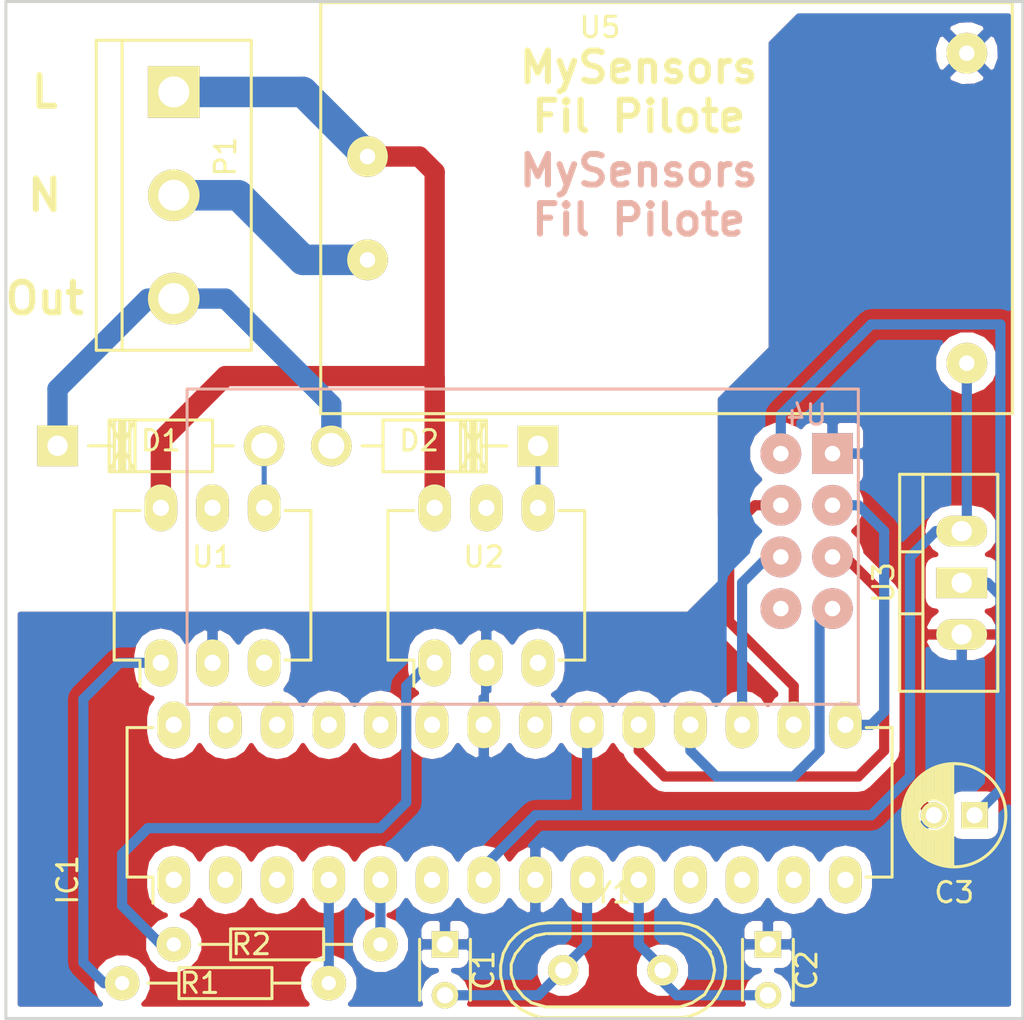
<source format=kicad_pcb>
(kicad_pcb (version 4) (host pcbnew 4.0.4+e1-6308~48~ubuntu15.10.1-stable)

  (general
    (links 35)
    (no_connects 0)
    (area 133.274999 79.159999 183.425001 129.614341)
    (thickness 1.6)
    (drawings 9)
    (tracks 102)
    (zones 0)
    (modules 15)
    (nets 20)
  )

  (page A4)
  (layers
    (0 F.Cu signal)
    (31 B.Cu signal)
    (32 B.Adhes user)
    (33 F.Adhes user)
    (34 B.Paste user)
    (35 F.Paste user)
    (36 B.SilkS user)
    (37 F.SilkS user)
    (38 B.Mask user)
    (39 F.Mask user)
    (40 Dwgs.User user)
    (41 Cmts.User user)
    (42 Eco1.User user)
    (43 Eco2.User user)
    (44 Edge.Cuts user)
    (45 Margin user)
    (46 B.CrtYd user)
    (47 F.CrtYd user)
    (48 B.Fab user)
    (49 F.Fab user)
  )

  (setup
    (last_trace_width 0.5)
    (user_trace_width 0.5)
    (user_trace_width 1)
    (user_trace_width 1.5)
    (user_trace_width 2)
    (user_trace_width 3)
    (trace_clearance 0.2)
    (zone_clearance 0.508)
    (zone_45_only no)
    (trace_min 0.2)
    (segment_width 0.2)
    (edge_width 0.15)
    (via_size 0.6)
    (via_drill 0.4)
    (via_min_size 0.4)
    (via_min_drill 0.3)
    (uvia_size 0.3)
    (uvia_drill 0.1)
    (uvias_allowed no)
    (uvia_min_size 0.2)
    (uvia_min_drill 0.1)
    (pcb_text_width 0.3)
    (pcb_text_size 1.5 1.5)
    (mod_edge_width 0.15)
    (mod_text_size 1 1)
    (mod_text_width 0.15)
    (pad_size 1.524 1.524)
    (pad_drill 0.762)
    (pad_to_mask_clearance 0.2)
    (aux_axis_origin 0 0)
    (grid_origin 133.35 79.375)
    (visible_elements FFFFFF7F)
    (pcbplotparams
      (layerselection 0x310f0_80000001)
      (usegerberextensions true)
      (excludeedgelayer true)
      (linewidth 0.100000)
      (plotframeref false)
      (viasonmask false)
      (mode 1)
      (useauxorigin false)
      (hpglpennumber 1)
      (hpglpenspeed 20)
      (hpglpendiameter 15)
      (hpglpenoverlay 2)
      (psnegative false)
      (psa4output false)
      (plotreference true)
      (plotvalue true)
      (plotinvisibletext false)
      (padsonsilk false)
      (subtractmaskfromsilk false)
      (outputformat 1)
      (mirror false)
      (drillshape 0)
      (scaleselection 1)
      (outputdirectory OUTPUT_GERBER/))
  )

  (net 0 "")
  (net 1 /GND)
  (net 2 "Net-(C1-Pad2)")
  (net 3 "Net-(C2-Pad2)")
  (net 4 /3V3)
  (net 5 "Net-(D1-Pad2)")
  (net 6 /FP_OUT)
  (net 7 "Net-(D2-Pad1)")
  (net 8 /OPT1)
  (net 9 /OPT2)
  (net 10 /CE)
  (net 11 /CS)
  (net 12 /MOSI)
  (net 13 /MISO)
  (net 14 /SCK)
  (net 15 /PH_IN)
  (net 16 /NEUTRE)
  (net 17 "Net-(R1-Pad1)")
  (net 18 "Net-(R2-Pad1)")
  (net 19 /VCC)

  (net_class Default "Ceci est la Netclass par défaut"
    (clearance 0.2)
    (trace_width 0.25)
    (via_dia 0.6)
    (via_drill 0.4)
    (uvia_dia 0.3)
    (uvia_drill 0.1)
    (add_net /3V3)
    (add_net /CE)
    (add_net /CS)
    (add_net /FP_OUT)
    (add_net /GND)
    (add_net /MISO)
    (add_net /MOSI)
    (add_net /NEUTRE)
    (add_net /OPT1)
    (add_net /OPT2)
    (add_net /PH_IN)
    (add_net /SCK)
    (add_net /VCC)
    (add_net "Net-(C1-Pad2)")
    (add_net "Net-(C2-Pad2)")
    (add_net "Net-(D1-Pad2)")
    (add_net "Net-(D2-Pad1)")
    (add_net "Net-(R1-Pad1)")
    (add_net "Net-(R2-Pad1)")
  )

  (module Resistors_ThroughHole:RES35 (layer F.Cu) (tedit 57E8E8E7) (tstamp 57E8DDE7)
    (at 139.065 127.635)
    (descr "Diode, DO-35,  SOD27, Horizontal, RM 10mm")
    (tags "Diode, DO-35, SOD27, Horizontal, RM 10mm, 1N4148,")
    (path /57E3C9BF)
    (fp_text reference R1 (at 3.81 0) (layer F.SilkS)
      (effects (font (size 1 1) (thickness 0.15)))
    )
    (fp_text value 220 (at 6.35 0) (layer F.Fab)
      (effects (font (size 1 1) (thickness 0.15)))
    )
    (fp_line (start 7.36652 -0.00254) (end 8.76352 -0.00254) (layer F.SilkS) (width 0.15))
    (fp_line (start 2.79452 -0.00254) (end 1.27052 -0.00254) (layer F.SilkS) (width 0.15))
    (fp_line (start 2.79452 -0.00254) (end 2.79452 0.75946) (layer F.SilkS) (width 0.15))
    (fp_line (start 2.79452 0.75946) (end 7.36652 0.75946) (layer F.SilkS) (width 0.15))
    (fp_line (start 7.36652 0.75946) (end 7.36652 -0.76454) (layer F.SilkS) (width 0.15))
    (fp_line (start 7.36652 -0.76454) (end 2.79452 -0.76454) (layer F.SilkS) (width 0.15))
    (fp_line (start 2.79452 -0.76454) (end 2.79452 -0.00254) (layer F.SilkS) (width 0.15))
    (pad 2 thru_hole circle (at 10.16052 -0.00254 180) (size 1.69926 1.69926) (drill 0.70104) (layers *.Cu *.Mask F.SilkS)
      (net 8 /OPT1))
    (pad 1 thru_hole circle (at 0.00052 -0.00254 180) (size 1.69926 1.69926) (drill 0.70104) (layers *.Cu *.Mask F.SilkS)
      (net 17 "Net-(R1-Pad1)"))
    (model Diodes_ThroughHole.3dshapes/Diode_DO-35_SOD27_Horizontal_RM10.wrl
      (at (xyz 0.2 0 0))
      (scale (xyz 0.4 0.4 0.4))
      (rotate (xyz 0 0 180))
    )
  )

  (module Diodes_ThroughHole:Diode_TO-220_Dual_CommonCathode_Vertical (layer F.Cu) (tedit 57E8E8D5) (tstamp 57E8DE04)
    (at 180.34 110.49 90)
    (descr "TO-220, Diode, Dual, Common Cathode,Vertical,")
    (tags "TO-220, Diode, Dual, Common Cathode, Vertical,")
    (path /57E3D85B)
    (fp_text reference U3 (at 2.54762 -3.83794 90) (layer F.SilkS)
      (effects (font (size 1 1) (thickness 0.15)))
    )
    (fp_text value LD1117V33 (at 2.54 -1.905 90) (layer F.Fab)
      (effects (font (size 1 1) (thickness 0.15)))
    )
    (fp_line (start 1.01346 -3.048) (end 1.01346 -1.905) (layer F.SilkS) (width 0.15))
    (fp_line (start 4.06146 -3.048) (end 4.06146 -1.905) (layer F.SilkS) (width 0.15))
    (fp_line (start 7.87146 -1.905) (end 7.87146 1.778) (layer F.SilkS) (width 0.15))
    (fp_line (start 7.87146 1.778) (end -2.79654 1.778) (layer F.SilkS) (width 0.15))
    (fp_line (start -2.79654 1.778) (end -2.79654 -1.905) (layer F.SilkS) (width 0.15))
    (fp_line (start 7.87146 -3.048) (end 7.87146 -1.905) (layer F.SilkS) (width 0.15))
    (fp_line (start 7.87146 -1.905) (end -2.79654 -1.905) (layer F.SilkS) (width 0.15))
    (fp_line (start -2.79654 -1.905) (end -2.79654 -3.048) (layer F.SilkS) (width 0.15))
    (fp_line (start 2.53746 -3.048) (end -2.79654 -3.048) (layer F.SilkS) (width 0.15))
    (fp_line (start 2.53746 -3.048) (end 7.87146 -3.048) (layer F.SilkS) (width 0.15))
    (pad 2 thru_hole rect (at 2.53746 0 180) (size 2.49936 1.50114) (drill 1.00076) (layers *.Cu *.Mask F.SilkS)
      (net 4 /3V3))
    (pad 1 thru_hole oval (at -0.00254 0 180) (size 2.49936 1.50114) (drill 1.00076) (layers *.Cu *.Mask F.SilkS)
      (net 1 /GND))
    (pad 3 thru_hole oval (at 5.07746 0 180) (size 2.49936 1.50114) (drill 1.00076) (layers *.Cu *.Mask F.SilkS)
      (net 19 /VCC))
    (model Diodes_ThroughHole.3dshapes/Diode_TO-220_Dual_CommonCathode_Vertical.wrl
      (at (xyz 0.1 0 0))
      (scale (xyz 0.3937 0.3937 0.3937))
      (rotate (xyz 0 0 0))
    )
  )

  (module Connect:bornier3 (layer F.Cu) (tedit 57E8E961) (tstamp 57E8DDE1)
    (at 141.605 88.9 270)
    (descr "Bornier d'alimentation 3 pins")
    (tags DEV)
    (path /57E3CBBF)
    (fp_text reference P1 (at -1.905 -2.54 270) (layer F.SilkS)
      (effects (font (size 1 1) (thickness 0.15)))
    )
    (fp_text value CONN_01X03 (at 0 5.08 270) (layer F.Fab)
      (effects (font (size 1 1) (thickness 0.15)))
    )
    (fp_line (start -7.62 3.81) (end -7.62 -3.81) (layer F.SilkS) (width 0.15))
    (fp_line (start 7.62 3.81) (end 7.62 -3.81) (layer F.SilkS) (width 0.15))
    (fp_line (start -7.62 2.54) (end 7.62 2.54) (layer F.SilkS) (width 0.15))
    (fp_line (start -7.62 -3.81) (end 7.62 -3.81) (layer F.SilkS) (width 0.15))
    (fp_line (start -7.62 3.81) (end 7.62 3.81) (layer F.SilkS) (width 0.15))
    (pad 1 thru_hole rect (at -5.08 0 270) (size 2.54 2.54) (drill 1.524) (layers *.Cu *.Mask F.SilkS)
      (net 15 /PH_IN))
    (pad 2 thru_hole circle (at 0 0 270) (size 2.54 2.54) (drill 1.524) (layers *.Cu *.Mask F.SilkS)
      (net 16 /NEUTRE))
    (pad 3 thru_hole circle (at 5.08 0 270) (size 2.54 2.54) (drill 1.524) (layers *.Cu *.Mask F.SilkS)
      (net 6 /FP_OUT))
    (model Connect.3dshapes/bornier3.wrl
      (at (xyz 0 0 0))
      (scale (xyz 1 1 1))
      (rotate (xyz 0 0 0))
    )
  )

  (module Capacitors_ThroughHole:C_Disc_D3_P2.5 (layer F.Cu) (tedit 57E8E8F3) (tstamp 57E8DDA2)
    (at 154.94 125.73 270)
    (descr "Capacitor 3mm Disc, Pitch 2.5mm")
    (tags Capacitor)
    (path /57E3E4AC)
    (fp_text reference C1 (at 1.27 -1.905 270) (layer F.SilkS)
      (effects (font (size 1 1) (thickness 0.15)))
    )
    (fp_text value 22p (at 1.27 1.27 270) (layer F.Fab)
      (effects (font (size 1 1) (thickness 0.15)))
    )
    (fp_line (start -0.9 -1.5) (end 3.4 -1.5) (layer F.CrtYd) (width 0.05))
    (fp_line (start 3.4 -1.5) (end 3.4 1.5) (layer F.CrtYd) (width 0.05))
    (fp_line (start 3.4 1.5) (end -0.9 1.5) (layer F.CrtYd) (width 0.05))
    (fp_line (start -0.9 1.5) (end -0.9 -1.5) (layer F.CrtYd) (width 0.05))
    (fp_line (start -0.25 -1.25) (end 2.75 -1.25) (layer F.SilkS) (width 0.15))
    (fp_line (start 2.75 1.25) (end -0.25 1.25) (layer F.SilkS) (width 0.15))
    (pad 1 thru_hole rect (at 0 0 270) (size 1.3 1.3) (drill 0.8) (layers *.Cu *.Mask F.SilkS)
      (net 1 /GND))
    (pad 2 thru_hole circle (at 2.5 0 270) (size 1.3 1.3) (drill 0.8001) (layers *.Cu *.Mask F.SilkS)
      (net 2 "Net-(C1-Pad2)"))
    (model Capacitors_ThroughHole.3dshapes/C_Disc_D3_P2.5.wrl
      (at (xyz 0.0492126 0 0))
      (scale (xyz 1 1 1))
      (rotate (xyz 0 0 0))
    )
  )

  (module Capacitors_ThroughHole:C_Disc_D3_P2.5 (layer F.Cu) (tedit 57E8E8F4) (tstamp 57E8DDA8)
    (at 170.815 125.73 270)
    (descr "Capacitor 3mm Disc, Pitch 2.5mm")
    (tags Capacitor)
    (path /57E3E5B5)
    (fp_text reference C2 (at 1.27 -1.905 270) (layer F.SilkS)
      (effects (font (size 1 1) (thickness 0.15)))
    )
    (fp_text value 22p (at 1.27 1.27 270) (layer F.Fab)
      (effects (font (size 1 1) (thickness 0.15)))
    )
    (fp_line (start -0.9 -1.5) (end 3.4 -1.5) (layer F.CrtYd) (width 0.05))
    (fp_line (start 3.4 -1.5) (end 3.4 1.5) (layer F.CrtYd) (width 0.05))
    (fp_line (start 3.4 1.5) (end -0.9 1.5) (layer F.CrtYd) (width 0.05))
    (fp_line (start -0.9 1.5) (end -0.9 -1.5) (layer F.CrtYd) (width 0.05))
    (fp_line (start -0.25 -1.25) (end 2.75 -1.25) (layer F.SilkS) (width 0.15))
    (fp_line (start 2.75 1.25) (end -0.25 1.25) (layer F.SilkS) (width 0.15))
    (pad 1 thru_hole rect (at 0 0 270) (size 1.3 1.3) (drill 0.8) (layers *.Cu *.Mask F.SilkS)
      (net 1 /GND))
    (pad 2 thru_hole circle (at 2.5 0 270) (size 1.3 1.3) (drill 0.8001) (layers *.Cu *.Mask F.SilkS)
      (net 3 "Net-(C2-Pad2)"))
    (model Capacitors_ThroughHole.3dshapes/C_Disc_D3_P2.5.wrl
      (at (xyz 0.0492126 0 0))
      (scale (xyz 1 1 1))
      (rotate (xyz 0 0 0))
    )
  )

  (module Capacitors_ThroughHole:C_Radial_D5_L11_P2 (layer F.Cu) (tedit 57E8E8DA) (tstamp 57E8DDAE)
    (at 180.975 119.38 180)
    (descr "Radial Electrolytic Capacitor 5mm x Length 11mm, Pitch 2mm")
    (tags "Electrolytic Capacitor")
    (path /57E3DA4C)
    (fp_text reference C3 (at 1 -3.8 180) (layer F.SilkS)
      (effects (font (size 1 1) (thickness 0.15)))
    )
    (fp_text value 1u (at 0.635 -5.08 180) (layer F.Fab)
      (effects (font (size 1 1) (thickness 0.15)))
    )
    (fp_line (start 1.075 -2.499) (end 1.075 2.499) (layer F.SilkS) (width 0.15))
    (fp_line (start 1.215 -2.491) (end 1.215 -0.154) (layer F.SilkS) (width 0.15))
    (fp_line (start 1.215 0.154) (end 1.215 2.491) (layer F.SilkS) (width 0.15))
    (fp_line (start 1.355 -2.475) (end 1.355 -0.473) (layer F.SilkS) (width 0.15))
    (fp_line (start 1.355 0.473) (end 1.355 2.475) (layer F.SilkS) (width 0.15))
    (fp_line (start 1.495 -2.451) (end 1.495 -0.62) (layer F.SilkS) (width 0.15))
    (fp_line (start 1.495 0.62) (end 1.495 2.451) (layer F.SilkS) (width 0.15))
    (fp_line (start 1.635 -2.418) (end 1.635 -0.712) (layer F.SilkS) (width 0.15))
    (fp_line (start 1.635 0.712) (end 1.635 2.418) (layer F.SilkS) (width 0.15))
    (fp_line (start 1.775 -2.377) (end 1.775 -0.768) (layer F.SilkS) (width 0.15))
    (fp_line (start 1.775 0.768) (end 1.775 2.377) (layer F.SilkS) (width 0.15))
    (fp_line (start 1.915 -2.327) (end 1.915 -0.795) (layer F.SilkS) (width 0.15))
    (fp_line (start 1.915 0.795) (end 1.915 2.327) (layer F.SilkS) (width 0.15))
    (fp_line (start 2.055 -2.266) (end 2.055 -0.798) (layer F.SilkS) (width 0.15))
    (fp_line (start 2.055 0.798) (end 2.055 2.266) (layer F.SilkS) (width 0.15))
    (fp_line (start 2.195 -2.196) (end 2.195 -0.776) (layer F.SilkS) (width 0.15))
    (fp_line (start 2.195 0.776) (end 2.195 2.196) (layer F.SilkS) (width 0.15))
    (fp_line (start 2.335 -2.114) (end 2.335 -0.726) (layer F.SilkS) (width 0.15))
    (fp_line (start 2.335 0.726) (end 2.335 2.114) (layer F.SilkS) (width 0.15))
    (fp_line (start 2.475 -2.019) (end 2.475 -0.644) (layer F.SilkS) (width 0.15))
    (fp_line (start 2.475 0.644) (end 2.475 2.019) (layer F.SilkS) (width 0.15))
    (fp_line (start 2.615 -1.908) (end 2.615 -0.512) (layer F.SilkS) (width 0.15))
    (fp_line (start 2.615 0.512) (end 2.615 1.908) (layer F.SilkS) (width 0.15))
    (fp_line (start 2.755 -1.78) (end 2.755 -0.265) (layer F.SilkS) (width 0.15))
    (fp_line (start 2.755 0.265) (end 2.755 1.78) (layer F.SilkS) (width 0.15))
    (fp_line (start 2.895 -1.631) (end 2.895 1.631) (layer F.SilkS) (width 0.15))
    (fp_line (start 3.035 -1.452) (end 3.035 1.452) (layer F.SilkS) (width 0.15))
    (fp_line (start 3.175 -1.233) (end 3.175 1.233) (layer F.SilkS) (width 0.15))
    (fp_line (start 3.315 -0.944) (end 3.315 0.944) (layer F.SilkS) (width 0.15))
    (fp_line (start 3.455 -0.472) (end 3.455 0.472) (layer F.SilkS) (width 0.15))
    (fp_circle (center 2 0) (end 2 -0.8) (layer F.SilkS) (width 0.15))
    (fp_circle (center 1 0) (end 1 -2.5375) (layer F.SilkS) (width 0.15))
    (fp_circle (center 1 0) (end 1 -2.8) (layer F.CrtYd) (width 0.05))
    (pad 1 thru_hole rect (at 0 0 180) (size 1.3 1.3) (drill 0.8) (layers *.Cu *.Mask F.SilkS)
      (net 4 /3V3))
    (pad 2 thru_hole circle (at 2 0 180) (size 1.3 1.3) (drill 0.8) (layers *.Cu *.Mask F.SilkS)
      (net 1 /GND))
    (model Capacitors_ThroughHole.3dshapes/C_Radial_D5_L11_P2.wrl
      (at (xyz 0 0 0))
      (scale (xyz 1 1 1))
      (rotate (xyz 0 0 0))
    )
  )

  (module Diodes_ThroughHole:Diode_DO-41_SOD81_Horizontal_RM10 (layer F.Cu) (tedit 57E8E943) (tstamp 57E8DDB4)
    (at 135.89 101.219)
    (descr "Diode, DO-41, SOD81, Horizontal, RM 10mm,")
    (tags "Diode, DO-41, SOD81, Horizontal, RM 10mm, 1N4007, SB140,")
    (path /57E3CA83)
    (fp_text reference D1 (at 5.08 -0.254) (layer F.SilkS)
      (effects (font (size 1 1) (thickness 0.15)))
    )
    (fp_text value "" (at 6.985 -0.254) (layer F.Fab)
      (effects (font (size 1 1) (thickness 0.15)))
    )
    (fp_line (start 7.62 -0.00254) (end 8.636 -0.00254) (layer F.SilkS) (width 0.15))
    (fp_line (start 2.794 -0.00254) (end 1.524 -0.00254) (layer F.SilkS) (width 0.15))
    (fp_line (start 3.048 -1.27254) (end 3.048 1.26746) (layer F.SilkS) (width 0.15))
    (fp_line (start 3.302 -1.27254) (end 3.302 1.26746) (layer F.SilkS) (width 0.15))
    (fp_line (start 3.556 -1.27254) (end 3.556 1.26746) (layer F.SilkS) (width 0.15))
    (fp_line (start 2.794 -1.27254) (end 2.794 1.26746) (layer F.SilkS) (width 0.15))
    (fp_line (start 3.81 -1.27254) (end 2.54 1.26746) (layer F.SilkS) (width 0.15))
    (fp_line (start 2.54 -1.27254) (end 3.81 1.26746) (layer F.SilkS) (width 0.15))
    (fp_line (start 3.81 -1.27254) (end 3.81 1.26746) (layer F.SilkS) (width 0.15))
    (fp_line (start 3.175 -1.27254) (end 3.175 1.26746) (layer F.SilkS) (width 0.15))
    (fp_line (start 2.54 1.26746) (end 2.54 -1.27254) (layer F.SilkS) (width 0.15))
    (fp_line (start 2.54 -1.27254) (end 7.62 -1.27254) (layer F.SilkS) (width 0.15))
    (fp_line (start 7.62 -1.27254) (end 7.62 1.26746) (layer F.SilkS) (width 0.15))
    (fp_line (start 7.62 1.26746) (end 2.54 1.26746) (layer F.SilkS) (width 0.15))
    (pad 2 thru_hole circle (at 10.16 -0.00254 180) (size 1.99898 1.99898) (drill 1.27) (layers *.Cu *.Mask F.SilkS)
      (net 5 "Net-(D1-Pad2)"))
    (pad 1 thru_hole rect (at 0 -0.00254 180) (size 1.99898 1.99898) (drill 1.00076) (layers *.Cu *.Mask F.SilkS)
      (net 6 /FP_OUT))
  )

  (module Diodes_ThroughHole:Diode_DO-41_SOD81_Horizontal_RM10 (layer F.Cu) (tedit 57E8E94E) (tstamp 57E8DDBA)
    (at 159.512 101.219 180)
    (descr "Diode, DO-41, SOD81, Horizontal, RM 10mm,")
    (tags "Diode, DO-41, SOD81, Horizontal, RM 10mm, 1N4007, SB140,")
    (path /57E3CAE4)
    (fp_text reference D2 (at 5.842 0.254 180) (layer F.SilkS)
      (effects (font (size 1 1) (thickness 0.15)))
    )
    (fp_text value "" (at 7.112 -0.381 180) (layer F.Fab)
      (effects (font (size 1 1) (thickness 0.15)))
    )
    (fp_line (start 7.62 -0.00254) (end 8.636 -0.00254) (layer F.SilkS) (width 0.15))
    (fp_line (start 2.794 -0.00254) (end 1.524 -0.00254) (layer F.SilkS) (width 0.15))
    (fp_line (start 3.048 -1.27254) (end 3.048 1.26746) (layer F.SilkS) (width 0.15))
    (fp_line (start 3.302 -1.27254) (end 3.302 1.26746) (layer F.SilkS) (width 0.15))
    (fp_line (start 3.556 -1.27254) (end 3.556 1.26746) (layer F.SilkS) (width 0.15))
    (fp_line (start 2.794 -1.27254) (end 2.794 1.26746) (layer F.SilkS) (width 0.15))
    (fp_line (start 3.81 -1.27254) (end 2.54 1.26746) (layer F.SilkS) (width 0.15))
    (fp_line (start 2.54 -1.27254) (end 3.81 1.26746) (layer F.SilkS) (width 0.15))
    (fp_line (start 3.81 -1.27254) (end 3.81 1.26746) (layer F.SilkS) (width 0.15))
    (fp_line (start 3.175 -1.27254) (end 3.175 1.26746) (layer F.SilkS) (width 0.15))
    (fp_line (start 2.54 1.26746) (end 2.54 -1.27254) (layer F.SilkS) (width 0.15))
    (fp_line (start 2.54 -1.27254) (end 7.62 -1.27254) (layer F.SilkS) (width 0.15))
    (fp_line (start 7.62 -1.27254) (end 7.62 1.26746) (layer F.SilkS) (width 0.15))
    (fp_line (start 7.62 1.26746) (end 2.54 1.26746) (layer F.SilkS) (width 0.15))
    (pad 2 thru_hole circle (at 10.16 -0.00254) (size 1.99898 1.99898) (drill 1.27) (layers *.Cu *.Mask F.SilkS)
      (net 6 /FP_OUT))
    (pad 1 thru_hole rect (at 0 -0.00254) (size 1.99898 1.99898) (drill 1.00076) (layers *.Cu *.Mask F.SilkS)
      (net 7 "Net-(D2-Pad1)"))
  )

  (module Housings_DIP:DIP-28_W7.62mm_LongPads (layer F.Cu) (tedit 57E8E736) (tstamp 57E8DDDA)
    (at 141.605 122.555 90)
    (descr "28-lead dip package, row spacing 7.62 mm (300 mils), longer pads")
    (tags "dil dip 2.54 300")
    (path /57E3C51B)
    (fp_text reference IC1 (at 0 -5.22 90) (layer F.SilkS)
      (effects (font (size 1 1) (thickness 0.15)))
    )
    (fp_text value ATMEGA328P_Arduino (at 3.81 15.24 180) (layer F.Fab)
      (effects (font (size 1 1) (thickness 0.15)))
    )
    (fp_line (start -1.4 -2.45) (end -1.4 35.5) (layer F.CrtYd) (width 0.05))
    (fp_line (start 9 -2.45) (end 9 35.5) (layer F.CrtYd) (width 0.05))
    (fp_line (start -1.4 -2.45) (end 9 -2.45) (layer F.CrtYd) (width 0.05))
    (fp_line (start -1.4 35.5) (end 9 35.5) (layer F.CrtYd) (width 0.05))
    (fp_line (start 0.135 -2.295) (end 0.135 -1.025) (layer F.SilkS) (width 0.15))
    (fp_line (start 7.485 -2.295) (end 7.485 -1.025) (layer F.SilkS) (width 0.15))
    (fp_line (start 7.485 35.315) (end 7.485 34.045) (layer F.SilkS) (width 0.15))
    (fp_line (start 0.135 35.315) (end 0.135 34.045) (layer F.SilkS) (width 0.15))
    (fp_line (start 0.135 -2.295) (end 7.485 -2.295) (layer F.SilkS) (width 0.15))
    (fp_line (start 0.135 35.315) (end 7.485 35.315) (layer F.SilkS) (width 0.15))
    (fp_line (start 0.135 -1.025) (end -1.15 -1.025) (layer F.SilkS) (width 0.15))
    (pad 1 thru_hole oval (at 0 0 90) (size 2.3 1.6) (drill 0.8) (layers *.Cu *.Mask F.SilkS))
    (pad 2 thru_hole oval (at 0 2.54 90) (size 2.3 1.6) (drill 0.8) (layers *.Cu *.Mask F.SilkS))
    (pad 3 thru_hole oval (at 0 5.08 90) (size 2.3 1.6) (drill 0.8) (layers *.Cu *.Mask F.SilkS))
    (pad 4 thru_hole oval (at 0 7.62 90) (size 2.3 1.6) (drill 0.8) (layers *.Cu *.Mask F.SilkS)
      (net 8 /OPT1))
    (pad 5 thru_hole oval (at 0 10.16 90) (size 2.3 1.6) (drill 0.8) (layers *.Cu *.Mask F.SilkS)
      (net 9 /OPT2))
    (pad 6 thru_hole oval (at 0 12.7 90) (size 2.3 1.6) (drill 0.8) (layers *.Cu *.Mask F.SilkS))
    (pad 7 thru_hole oval (at 0 15.24 90) (size 2.3 1.6) (drill 0.8) (layers *.Cu *.Mask F.SilkS)
      (net 19 /VCC))
    (pad 8 thru_hole oval (at 0 17.78 90) (size 2.3 1.6) (drill 0.8) (layers *.Cu *.Mask F.SilkS)
      (net 1 /GND))
    (pad 9 thru_hole oval (at 0 20.32 90) (size 2.3 1.6) (drill 0.8) (layers *.Cu *.Mask F.SilkS)
      (net 2 "Net-(C1-Pad2)"))
    (pad 10 thru_hole oval (at 0 22.86 90) (size 2.3 1.6) (drill 0.8) (layers *.Cu *.Mask F.SilkS)
      (net 3 "Net-(C2-Pad2)"))
    (pad 11 thru_hole oval (at 0 25.4 90) (size 2.3 1.6) (drill 0.8) (layers *.Cu *.Mask F.SilkS))
    (pad 12 thru_hole oval (at 0 27.94 90) (size 2.3 1.6) (drill 0.8) (layers *.Cu *.Mask F.SilkS))
    (pad 13 thru_hole oval (at 0 30.48 90) (size 2.3 1.6) (drill 0.8) (layers *.Cu *.Mask F.SilkS))
    (pad 14 thru_hole oval (at 0 33.02 90) (size 2.3 1.6) (drill 0.8) (layers *.Cu *.Mask F.SilkS))
    (pad 15 thru_hole oval (at 7.62 33.02 90) (size 2.3 1.6) (drill 0.8) (layers *.Cu *.Mask F.SilkS)
      (net 10 /CE))
    (pad 16 thru_hole oval (at 7.62 30.48 90) (size 2.3 1.6) (drill 0.8) (layers *.Cu *.Mask F.SilkS)
      (net 11 /CS))
    (pad 17 thru_hole oval (at 7.62 27.94 90) (size 2.3 1.6) (drill 0.8) (layers *.Cu *.Mask F.SilkS)
      (net 12 /MOSI))
    (pad 18 thru_hole oval (at 7.62 25.4 90) (size 2.3 1.6) (drill 0.8) (layers *.Cu *.Mask F.SilkS)
      (net 13 /MISO))
    (pad 19 thru_hole oval (at 7.62 22.86 90) (size 2.3 1.6) (drill 0.8) (layers *.Cu *.Mask F.SilkS)
      (net 14 /SCK))
    (pad 20 thru_hole oval (at 7.62 20.32 90) (size 2.3 1.6) (drill 0.8) (layers *.Cu *.Mask F.SilkS)
      (net 19 /VCC))
    (pad 21 thru_hole oval (at 7.62 17.78 90) (size 2.3 1.6) (drill 0.8) (layers *.Cu *.Mask F.SilkS))
    (pad 22 thru_hole oval (at 7.62 15.24 90) (size 2.3 1.6) (drill 0.8) (layers *.Cu *.Mask F.SilkS)
      (net 1 /GND))
    (pad 23 thru_hole oval (at 7.62 12.7 90) (size 2.3 1.6) (drill 0.8) (layers *.Cu *.Mask F.SilkS))
    (pad 24 thru_hole oval (at 7.62 10.16 90) (size 2.3 1.6) (drill 0.8) (layers *.Cu *.Mask F.SilkS))
    (pad 25 thru_hole oval (at 7.62 7.62 90) (size 2.3 1.6) (drill 0.8) (layers *.Cu *.Mask F.SilkS))
    (pad 26 thru_hole oval (at 7.62 5.08 90) (size 2.3 1.6) (drill 0.8) (layers *.Cu *.Mask F.SilkS))
    (pad 27 thru_hole oval (at 7.62 2.54 90) (size 2.3 1.6) (drill 0.8) (layers *.Cu *.Mask F.SilkS))
    (pad 28 thru_hole oval (at 7.62 0 90) (size 2.3 1.6) (drill 0.8) (layers *.Cu *.Mask F.SilkS))
    (model Housings_DIP.3dshapes/DIP-28_W7.62mm_LongPads.wrl
      (at (xyz 0 0 0))
      (scale (xyz 1 1 1))
      (rotate (xyz 0 0 0))
    )
  )

  (module Resistors_ThroughHole:RES35 (layer F.Cu) (tedit 57E8E8E6) (tstamp 57E8DDED)
    (at 141.605 125.73)
    (descr "Diode, DO-35,  SOD27, Horizontal, RM 10mm")
    (tags "Diode, DO-35, SOD27, Horizontal, RM 10mm, 1N4148,")
    (path /57E3CA3C)
    (fp_text reference R2 (at 3.81 0) (layer F.SilkS)
      (effects (font (size 1 1) (thickness 0.15)))
    )
    (fp_text value 220 (at 6.35 0) (layer F.Fab)
      (effects (font (size 1 1) (thickness 0.15)))
    )
    (fp_line (start 7.36652 -0.00254) (end 8.76352 -0.00254) (layer F.SilkS) (width 0.15))
    (fp_line (start 2.79452 -0.00254) (end 1.27052 -0.00254) (layer F.SilkS) (width 0.15))
    (fp_line (start 2.79452 -0.00254) (end 2.79452 0.75946) (layer F.SilkS) (width 0.15))
    (fp_line (start 2.79452 0.75946) (end 7.36652 0.75946) (layer F.SilkS) (width 0.15))
    (fp_line (start 7.36652 0.75946) (end 7.36652 -0.76454) (layer F.SilkS) (width 0.15))
    (fp_line (start 7.36652 -0.76454) (end 2.79452 -0.76454) (layer F.SilkS) (width 0.15))
    (fp_line (start 2.79452 -0.76454) (end 2.79452 -0.00254) (layer F.SilkS) (width 0.15))
    (pad 2 thru_hole circle (at 10.16052 -0.00254 180) (size 1.69926 1.69926) (drill 0.70104) (layers *.Cu *.Mask F.SilkS)
      (net 9 /OPT2))
    (pad 1 thru_hole circle (at 0.00052 -0.00254 180) (size 1.69926 1.69926) (drill 0.70104) (layers *.Cu *.Mask F.SilkS)
      (net 18 "Net-(R2-Pad1)"))
    (model Diodes_ThroughHole.3dshapes/Diode_DO-35_SOD27_Horizontal_RM10.wrl
      (at (xyz 0.2 0 0))
      (scale (xyz 0.4 0.4 0.4))
      (rotate (xyz 0 0 180))
    )
  )

  (module MyLibrary:NRF24L01 (layer B.Cu) (tedit 57E8E95C) (tstamp 57E8DE10)
    (at 175.26 98.425 180)
    (path /57E3BD82)
    (fp_text reference U4 (at 2.54 -1.27 180) (layer B.SilkS)
      (effects (font (size 1 1) (thickness 0.15)) (justify mirror))
    )
    (fp_text value NRF24L01+ (at 15.5 -14.5 180) (layer B.Fab)
      (effects (font (size 1 1) (thickness 0.15)) (justify mirror))
    )
    (fp_line (start 0 0) (end 33 0) (layer B.SilkS) (width 0.15))
    (fp_line (start 33 0) (end 33 -15.5) (layer B.SilkS) (width 0.15))
    (fp_line (start 33 -15.5) (end 0 -15.5) (layer B.SilkS) (width 0.15))
    (fp_line (start 0 -15.5) (end 0 0) (layer B.SilkS) (width 0.15))
    (pad 1 thru_hole rect (at 1.27 -3.175 180) (size 2 2) (drill 0.762) (layers *.Cu *.Mask B.SilkS)
      (net 1 /GND))
    (pad 2 thru_hole circle (at 3.81 -3.175 180) (size 2 2) (drill 0.762) (layers *.Cu *.Mask B.SilkS)
      (net 4 /3V3))
    (pad 3 thru_hole circle (at 1.27 -5.715 180) (size 2 2) (drill 0.762) (layers *.Cu *.Mask B.SilkS)
      (net 10 /CE))
    (pad 4 thru_hole circle (at 3.81 -5.715 180) (size 2 2) (drill 0.762) (layers *.Cu *.Mask B.SilkS)
      (net 11 /CS))
    (pad 5 thru_hole circle (at 1.27 -8.255 180) (size 2 2) (drill 0.762) (layers *.Cu *.Mask B.SilkS)
      (net 14 /SCK))
    (pad 6 thru_hole circle (at 3.81 -8.255 180) (size 2 2) (drill 0.762) (layers *.Cu *.Mask B.SilkS)
      (net 12 /MOSI))
    (pad 7 thru_hole circle (at 1.27 -10.795 180) (size 2 2) (drill 0.762) (layers *.Cu *.Mask B.SilkS)
      (net 13 /MISO))
    (pad 8 thru_hole circle (at 3.81 -10.795 180) (size 2 2) (drill 0.762) (layers *.Cu *.Mask B.SilkS))
  )

  (module MyLibrary:HLK-PM01 (layer F.Cu) (tedit 57E8E957) (tstamp 57E8DE18)
    (at 151.13 89.535)
    (path /57E3D6E0)
    (fp_text reference U5 (at 11.43 -8.89) (layer F.SilkS)
      (effects (font (size 1 1) (thickness 0.15)))
    )
    (fp_text value HLK-PM01 (at 16.9 -9) (layer F.Fab)
      (effects (font (size 1 1) (thickness 0.15)))
    )
    (fp_line (start -2.3 10.1) (end 31.7 10.1) (layer F.SilkS) (width 0.15))
    (fp_line (start 31.7 -10.1) (end -2.3 -10.1) (layer F.SilkS) (width 0.15))
    (fp_line (start 31.7 -10.1) (end 31.7 10.1) (layer F.SilkS) (width 0.15))
    (fp_line (start -2.3 10.1) (end -2.3 -10.1) (layer F.SilkS) (width 0.15))
    (pad 1 thru_hole circle (at 0 -2.54) (size 2 2) (drill 0.762) (layers *.Cu *.Mask F.SilkS)
      (net 15 /PH_IN))
    (pad 2 thru_hole circle (at 0 2.54) (size 2 2) (drill 0.762) (layers *.Cu *.Mask F.SilkS)
      (net 16 /NEUTRE))
    (pad 3 thru_hole circle (at 29.464 -7.62) (size 2 2) (drill 0.762) (layers *.Cu *.Mask F.SilkS)
      (net 1 /GND))
    (pad 4 thru_hole circle (at 29.464 7.62) (size 2 2) (drill 0.762) (layers *.Cu *.Mask F.SilkS)
      (net 19 /VCC))
  )

  (module Crystals:Crystal_HC49-U_Vertical (layer F.Cu) (tedit 57E8E72E) (tstamp 57E8DE1E)
    (at 163.195 127)
    (descr "Crystal Quarz HC49/U vertical stehend")
    (tags "Crystal Quarz HC49/U vertical stehend")
    (path /57E3E251)
    (fp_text reference Y1 (at 0 -3.81) (layer F.SilkS)
      (effects (font (size 1 1) (thickness 0.15)))
    )
    (fp_text value Crystal (at 0 1.27) (layer F.Fab)
      (effects (font (size 1 1) (thickness 0.15)))
    )
    (fp_line (start 4.699 -1.00076) (end 4.89966 -0.59944) (layer F.SilkS) (width 0.15))
    (fp_line (start 4.89966 -0.59944) (end 5.00126 0) (layer F.SilkS) (width 0.15))
    (fp_line (start 5.00126 0) (end 4.89966 0.50038) (layer F.SilkS) (width 0.15))
    (fp_line (start 4.89966 0.50038) (end 4.50088 1.19888) (layer F.SilkS) (width 0.15))
    (fp_line (start 4.50088 1.19888) (end 3.8989 1.6002) (layer F.SilkS) (width 0.15))
    (fp_line (start 3.8989 1.6002) (end 3.29946 1.80086) (layer F.SilkS) (width 0.15))
    (fp_line (start 3.29946 1.80086) (end -3.29946 1.80086) (layer F.SilkS) (width 0.15))
    (fp_line (start -3.29946 1.80086) (end -4.0005 1.6002) (layer F.SilkS) (width 0.15))
    (fp_line (start -4.0005 1.6002) (end -4.39928 1.30048) (layer F.SilkS) (width 0.15))
    (fp_line (start -4.39928 1.30048) (end -4.8006 0.8001) (layer F.SilkS) (width 0.15))
    (fp_line (start -4.8006 0.8001) (end -5.00126 0.20066) (layer F.SilkS) (width 0.15))
    (fp_line (start -5.00126 0.20066) (end -5.00126 -0.29972) (layer F.SilkS) (width 0.15))
    (fp_line (start -5.00126 -0.29972) (end -4.8006 -0.8001) (layer F.SilkS) (width 0.15))
    (fp_line (start -4.8006 -0.8001) (end -4.30022 -1.39954) (layer F.SilkS) (width 0.15))
    (fp_line (start -4.30022 -1.39954) (end -3.79984 -1.69926) (layer F.SilkS) (width 0.15))
    (fp_line (start -3.79984 -1.69926) (end -3.29946 -1.80086) (layer F.SilkS) (width 0.15))
    (fp_line (start -3.2004 -1.80086) (end 3.40106 -1.80086) (layer F.SilkS) (width 0.15))
    (fp_line (start 3.40106 -1.80086) (end 3.79984 -1.69926) (layer F.SilkS) (width 0.15))
    (fp_line (start 3.79984 -1.69926) (end 4.30022 -1.39954) (layer F.SilkS) (width 0.15))
    (fp_line (start 4.30022 -1.39954) (end 4.8006 -0.89916) (layer F.SilkS) (width 0.15))
    (fp_line (start -3.19024 -2.32918) (end -3.64998 -2.28092) (layer F.SilkS) (width 0.15))
    (fp_line (start -3.64998 -2.28092) (end -4.04876 -2.16916) (layer F.SilkS) (width 0.15))
    (fp_line (start -4.04876 -2.16916) (end -4.48056 -1.95072) (layer F.SilkS) (width 0.15))
    (fp_line (start -4.48056 -1.95072) (end -4.77012 -1.71958) (layer F.SilkS) (width 0.15))
    (fp_line (start -4.77012 -1.71958) (end -5.10032 -1.36906) (layer F.SilkS) (width 0.15))
    (fp_line (start -5.10032 -1.36906) (end -5.38988 -0.83058) (layer F.SilkS) (width 0.15))
    (fp_line (start -5.38988 -0.83058) (end -5.51942 -0.23114) (layer F.SilkS) (width 0.15))
    (fp_line (start -5.51942 -0.23114) (end -5.51942 0.2794) (layer F.SilkS) (width 0.15))
    (fp_line (start -5.51942 0.2794) (end -5.34924 0.98044) (layer F.SilkS) (width 0.15))
    (fp_line (start -5.34924 0.98044) (end -4.95046 1.56972) (layer F.SilkS) (width 0.15))
    (fp_line (start -4.95046 1.56972) (end -4.49072 1.94056) (layer F.SilkS) (width 0.15))
    (fp_line (start -4.49072 1.94056) (end -4.06908 2.14884) (layer F.SilkS) (width 0.15))
    (fp_line (start -4.06908 2.14884) (end -3.6195 2.30886) (layer F.SilkS) (width 0.15))
    (fp_line (start -3.6195 2.30886) (end -3.18008 2.33934) (layer F.SilkS) (width 0.15))
    (fp_line (start 4.16052 2.1209) (end 4.53898 1.89992) (layer F.SilkS) (width 0.15))
    (fp_line (start 4.53898 1.89992) (end 4.85902 1.62052) (layer F.SilkS) (width 0.15))
    (fp_line (start 4.85902 1.62052) (end 5.11048 1.29032) (layer F.SilkS) (width 0.15))
    (fp_line (start 5.11048 1.29032) (end 5.4102 0.73914) (layer F.SilkS) (width 0.15))
    (fp_line (start 5.4102 0.73914) (end 5.51942 0.26924) (layer F.SilkS) (width 0.15))
    (fp_line (start 5.51942 0.26924) (end 5.53974 -0.1905) (layer F.SilkS) (width 0.15))
    (fp_line (start 5.53974 -0.1905) (end 5.45084 -0.65024) (layer F.SilkS) (width 0.15))
    (fp_line (start 5.45084 -0.65024) (end 5.26034 -1.09982) (layer F.SilkS) (width 0.15))
    (fp_line (start 5.26034 -1.09982) (end 4.89966 -1.56972) (layer F.SilkS) (width 0.15))
    (fp_line (start 4.89966 -1.56972) (end 4.54914 -1.88976) (layer F.SilkS) (width 0.15))
    (fp_line (start 4.54914 -1.88976) (end 4.16052 -2.1209) (layer F.SilkS) (width 0.15))
    (fp_line (start 4.16052 -2.1209) (end 3.73126 -2.2606) (layer F.SilkS) (width 0.15))
    (fp_line (start 3.73126 -2.2606) (end 3.2893 -2.32918) (layer F.SilkS) (width 0.15))
    (fp_line (start -3.2004 2.32918) (end 3.2512 2.32918) (layer F.SilkS) (width 0.15))
    (fp_line (start 3.2512 2.32918) (end 3.6703 2.29108) (layer F.SilkS) (width 0.15))
    (fp_line (start 3.6703 2.29108) (end 4.16052 2.1209) (layer F.SilkS) (width 0.15))
    (fp_line (start -3.2004 -2.32918) (end 3.2512 -2.32918) (layer F.SilkS) (width 0.15))
    (pad 1 thru_hole circle (at -2.44094 0) (size 1.50114 1.50114) (drill 0.8001) (layers *.Cu *.Mask F.SilkS)
      (net 2 "Net-(C1-Pad2)"))
    (pad 2 thru_hole circle (at 2.44094 0) (size 1.50114 1.50114) (drill 0.8001) (layers *.Cu *.Mask F.SilkS)
      (net 3 "Net-(C2-Pad2)"))
  )

  (module Housings_DIP:DIP-6_W7.62mm_LongPads (layer F.Cu) (tedit 57E8E903) (tstamp 57E8DE79)
    (at 140.97 111.887 90)
    (descr "6-lead dip package, row spacing 7.62 mm (300 mils), longer pads")
    (tags "dil dip 2.54 300")
    (path /57E3C933)
    (fp_text reference U1 (at 5.207 2.54 360) (layer F.SilkS)
      (effects (font (size 1 1) (thickness 0.15)))
    )
    (fp_text value MOC3041M (at 3.175 2.54 180) (layer F.Fab)
      (effects (font (size 1 1) (thickness 0.15)))
    )
    (fp_line (start -1.4 -2.45) (end -1.4 7.55) (layer F.CrtYd) (width 0.05))
    (fp_line (start 9 -2.45) (end 9 7.55) (layer F.CrtYd) (width 0.05))
    (fp_line (start -1.4 -2.45) (end 9 -2.45) (layer F.CrtYd) (width 0.05))
    (fp_line (start -1.4 7.55) (end 9 7.55) (layer F.CrtYd) (width 0.05))
    (fp_line (start 0.135 -2.295) (end 0.135 -1.025) (layer F.SilkS) (width 0.15))
    (fp_line (start 7.485 -2.295) (end 7.485 -1.025) (layer F.SilkS) (width 0.15))
    (fp_line (start 7.485 7.375) (end 7.485 6.105) (layer F.SilkS) (width 0.15))
    (fp_line (start 0.135 7.375) (end 0.135 6.105) (layer F.SilkS) (width 0.15))
    (fp_line (start 0.135 -2.295) (end 7.485 -2.295) (layer F.SilkS) (width 0.15))
    (fp_line (start 0.135 7.375) (end 7.485 7.375) (layer F.SilkS) (width 0.15))
    (fp_line (start 0.135 -1.025) (end -1.15 -1.025) (layer F.SilkS) (width 0.15))
    (pad 1 thru_hole oval (at 0 0 90) (size 2.3 1.6) (drill 0.8) (layers *.Cu *.Mask F.SilkS)
      (net 17 "Net-(R1-Pad1)"))
    (pad 2 thru_hole oval (at 0 2.54 90) (size 2.3 1.6) (drill 0.8) (layers *.Cu *.Mask F.SilkS)
      (net 1 /GND))
    (pad 3 thru_hole oval (at 0 5.08 90) (size 2.3 1.6) (drill 0.8) (layers *.Cu *.Mask F.SilkS))
    (pad 4 thru_hole oval (at 7.62 5.08 90) (size 2.3 1.6) (drill 0.8) (layers *.Cu *.Mask F.SilkS)
      (net 5 "Net-(D1-Pad2)"))
    (pad 5 thru_hole oval (at 7.62 2.54 90) (size 2.3 1.6) (drill 0.8) (layers *.Cu *.Mask F.SilkS))
    (pad 6 thru_hole oval (at 7.62 0 90) (size 2.3 1.6) (drill 0.8) (layers *.Cu *.Mask F.SilkS)
      (net 15 /PH_IN))
    (model Housings_DIP.3dshapes/DIP-6_W7.62mm_LongPads.wrl
      (at (xyz 0 0 0))
      (scale (xyz 1 1 1))
      (rotate (xyz 0 0 0))
    )
  )

  (module Housings_DIP:DIP-6_W7.62mm_LongPads (layer F.Cu) (tedit 57E8E8FF) (tstamp 57E8DE82)
    (at 154.432 111.887 90)
    (descr "6-lead dip package, row spacing 7.62 mm (300 mils), longer pads")
    (tags "dil dip 2.54 300")
    (path /57E3C97C)
    (fp_text reference U2 (at 5.207 2.413 180) (layer F.SilkS)
      (effects (font (size 1 1) (thickness 0.15)))
    )
    (fp_text value MOC3041M (at 3.175 2.54 180) (layer F.Fab)
      (effects (font (size 1 1) (thickness 0.15)))
    )
    (fp_line (start -1.4 -2.45) (end -1.4 7.55) (layer F.CrtYd) (width 0.05))
    (fp_line (start 9 -2.45) (end 9 7.55) (layer F.CrtYd) (width 0.05))
    (fp_line (start -1.4 -2.45) (end 9 -2.45) (layer F.CrtYd) (width 0.05))
    (fp_line (start -1.4 7.55) (end 9 7.55) (layer F.CrtYd) (width 0.05))
    (fp_line (start 0.135 -2.295) (end 0.135 -1.025) (layer F.SilkS) (width 0.15))
    (fp_line (start 7.485 -2.295) (end 7.485 -1.025) (layer F.SilkS) (width 0.15))
    (fp_line (start 7.485 7.375) (end 7.485 6.105) (layer F.SilkS) (width 0.15))
    (fp_line (start 0.135 7.375) (end 0.135 6.105) (layer F.SilkS) (width 0.15))
    (fp_line (start 0.135 -2.295) (end 7.485 -2.295) (layer F.SilkS) (width 0.15))
    (fp_line (start 0.135 7.375) (end 7.485 7.375) (layer F.SilkS) (width 0.15))
    (fp_line (start 0.135 -1.025) (end -1.15 -1.025) (layer F.SilkS) (width 0.15))
    (pad 1 thru_hole oval (at 0 0 90) (size 2.3 1.6) (drill 0.8) (layers *.Cu *.Mask F.SilkS)
      (net 18 "Net-(R2-Pad1)"))
    (pad 2 thru_hole oval (at 0 2.54 90) (size 2.3 1.6) (drill 0.8) (layers *.Cu *.Mask F.SilkS)
      (net 1 /GND))
    (pad 3 thru_hole oval (at 0 5.08 90) (size 2.3 1.6) (drill 0.8) (layers *.Cu *.Mask F.SilkS))
    (pad 4 thru_hole oval (at 7.62 5.08 90) (size 2.3 1.6) (drill 0.8) (layers *.Cu *.Mask F.SilkS)
      (net 7 "Net-(D2-Pad1)"))
    (pad 5 thru_hole oval (at 7.62 2.54 90) (size 2.3 1.6) (drill 0.8) (layers *.Cu *.Mask F.SilkS))
    (pad 6 thru_hole oval (at 7.62 0 90) (size 2.3 1.6) (drill 0.8) (layers *.Cu *.Mask F.SilkS)
      (net 15 /PH_IN))
    (model Housings_DIP.3dshapes/DIP-6_W7.62mm_LongPads.wrl
      (at (xyz 0 0 0))
      (scale (xyz 1 1 1))
      (rotate (xyz 0 0 0))
    )
  )

  (gr_text "MySensors\nFil Pilote" (at 164.465 88.9) (layer B.SilkS)
    (effects (font (size 1.5 1.5) (thickness 0.3)))
  )
  (gr_text "MySensors\nFil Pilote" (at 164.465 83.82) (layer F.SilkS)
    (effects (font (size 1.5 1.5) (thickness 0.3)))
  )
  (gr_text Out (at 135.255 93.98) (layer F.SilkS)
    (effects (font (size 1.5 1.5) (thickness 0.3)))
  )
  (gr_text N (at 135.255 88.9) (layer F.SilkS)
    (effects (font (size 1.5 1.5) (thickness 0.3)))
  )
  (gr_text L (at 135.255 83.82) (layer F.SilkS)
    (effects (font (size 1.5 1.5) (thickness 0.3)))
  )
  (gr_line (start 133.35 129.375) (end 133.35 79.375) (angle 90) (layer Edge.Cuts) (width 0.15))
  (gr_line (start 183.35 129.375) (end 133.35 129.375) (angle 90) (layer Edge.Cuts) (width 0.15))
  (gr_line (start 183.35 79.375) (end 183.35 129.375) (angle 90) (layer Edge.Cuts) (width 0.15))
  (gr_line (start 133.35 79.375) (end 183.35 79.375) (angle 90) (layer Edge.Cuts) (width 0.15))

  (segment (start 160.75406 127) (end 160.75406 126.90094) (width 0.5) (layer B.Cu) (net 2))
  (segment (start 160.75406 126.90094) (end 161.925 125.73) (width 0.5) (layer B.Cu) (net 2) (tstamp 57E8E62F))
  (segment (start 161.925 125.73) (end 161.925 122.555) (width 0.5) (layer B.Cu) (net 2) (tstamp 57E8E630))
  (segment (start 154.94 128.23) (end 159.52406 128.23) (width 0.5) (layer B.Cu) (net 2))
  (segment (start 159.52406 128.23) (end 160.75406 127) (width 0.5) (layer B.Cu) (net 2) (tstamp 57E8E62C))
  (segment (start 165.63594 127) (end 165.63594 127.53594) (width 0.5) (layer B.Cu) (net 3))
  (segment (start 165.63594 127.53594) (end 166.33 128.23) (width 0.5) (layer B.Cu) (net 3) (tstamp 57E8E637))
  (segment (start 166.33 128.23) (end 170.815 128.23) (width 0.5) (layer B.Cu) (net 3) (tstamp 57E8E638))
  (segment (start 164.465 122.555) (end 164.465 125.73) (width 0.5) (layer B.Cu) (net 3))
  (segment (start 164.465 125.73) (end 165.63594 126.90094) (width 0.5) (layer B.Cu) (net 3) (tstamp 57E8E633))
  (segment (start 165.63594 126.90094) (end 165.63594 127) (width 0.5) (layer B.Cu) (net 3) (tstamp 57E8E634))
  (segment (start 182.245 108.585) (end 182.245 95.25) (width 0.5) (layer B.Cu) (net 4))
  (segment (start 171.45 99.695) (end 171.45 101.6) (width 0.5) (layer B.Cu) (net 4) (tstamp 57E8E646))
  (segment (start 175.895 95.25) (end 171.45 99.695) (width 0.5) (layer B.Cu) (net 4) (tstamp 57E8E644))
  (segment (start 177.165 95.25) (end 175.895 95.25) (width 0.5) (layer B.Cu) (net 4) (tstamp 57E8E643))
  (segment (start 182.245 95.25) (end 177.165 95.25) (width 0.5) (layer B.Cu) (net 4) (tstamp 57E8E642))
  (segment (start 180.975 119.38) (end 182.245 118.11) (width 0.5) (layer B.Cu) (net 4))
  (segment (start 181.61254 107.95254) (end 180.34 107.95254) (width 0.5) (layer B.Cu) (net 4) (tstamp 57E8E63D))
  (segment (start 182.245 108.585) (end 181.61254 107.95254) (width 0.5) (layer B.Cu) (net 4) (tstamp 57E8E63C))
  (segment (start 182.245 118.11) (end 182.245 108.585) (width 0.5) (layer B.Cu) (net 4) (tstamp 57E8E63B))
  (segment (start 146.05 104.267) (end 146.05 101.21646) (width 0.25) (layer B.Cu) (net 5))
  (segment (start 141.605 93.98) (end 140.335 93.98) (width 0.25) (layer B.Cu) (net 6))
  (segment (start 140.335 93.98) (end 135.89 98.425) (width 1) (layer B.Cu) (net 6) (tstamp 57E8E8A2))
  (segment (start 135.89 98.425) (end 135.89 101.21646) (width 1) (layer B.Cu) (net 6) (tstamp 57E8E8A6))
  (segment (start 149.352 101.22154) (end 149.352 99.187) (width 1) (layer B.Cu) (net 6))
  (segment (start 149.352 99.187) (end 144.145 93.98) (width 1) (layer B.Cu) (net 6) (tstamp 57E8E89A))
  (segment (start 144.145 93.98) (end 141.605 93.98) (width 1) (layer B.Cu) (net 6) (tstamp 57E8E89E))
  (segment (start 159.512 104.267) (end 159.512 101.22154) (width 0.25) (layer B.Cu) (net 7))
  (segment (start 149.225 122.555) (end 149.225 127.63194) (width 0.5) (layer B.Cu) (net 8))
  (segment (start 149.225 127.63194) (end 149.22552 127.63246) (width 0.5) (layer B.Cu) (net 8) (tstamp 57E8E619))
  (segment (start 151.765 122.555) (end 151.765 125.72694) (width 0.5) (layer B.Cu) (net 9))
  (segment (start 151.765 125.72694) (end 151.76552 125.72746) (width 0.5) (layer B.Cu) (net 9) (tstamp 57E8E616))
  (segment (start 173.99 104.14) (end 175.26 104.14) (width 0.5) (layer B.Cu) (net 10))
  (segment (start 175.26 104.14) (end 176.53 105.41) (width 0.5) (layer B.Cu) (net 10) (tstamp 57E8E676))
  (segment (start 176.53 105.41) (end 176.53 114.3) (width 0.5) (layer B.Cu) (net 10) (tstamp 57E8E679))
  (segment (start 176.53 114.3) (end 175.895 114.935) (width 0.5) (layer B.Cu) (net 10) (tstamp 57E8E67B))
  (segment (start 175.895 114.935) (end 174.625 114.935) (width 0.5) (layer B.Cu) (net 10) (tstamp 57E8E67C))
  (segment (start 173.99 104.14) (end 174.625 104.14) (width 0.25) (layer B.Cu) (net 10))
  (segment (start 170.815 111.76) (end 172.085 113.03) (width 0.5) (layer F.Cu) (net 11))
  (segment (start 171.45 104.14) (end 170.18 104.14) (width 0.5) (layer F.Cu) (net 11) (status 400000))
  (segment (start 172.085 113.03) (end 172.085 114.935) (width 0.5) (layer F.Cu) (net 11) (tstamp 57E90EF2) (status 800000))
  (segment (start 168.91 109.855) (end 170.815 111.76) (width 0.5) (layer F.Cu) (net 11) (tstamp 57E90E80))
  (segment (start 168.91 105.41) (end 168.91 109.855) (width 0.5) (layer F.Cu) (net 11) (tstamp 57E90E7E))
  (segment (start 170.18 104.14) (end 168.91 105.41) (width 0.5) (layer F.Cu) (net 11) (tstamp 57E90E7C))
  (segment (start 171.45 104.14) (end 170.815 104.14) (width 0.25) (layer B.Cu) (net 11))
  (segment (start 171.45 106.68) (end 170.815 106.68) (width 0.25) (layer B.Cu) (net 12))
  (segment (start 170.815 106.68) (end 169.545 107.95) (width 0.5) (layer B.Cu) (net 12) (tstamp 57E8E67F))
  (segment (start 169.545 107.95) (end 169.545 114.935) (width 0.5) (layer B.Cu) (net 12) (tstamp 57E8E682))
  (segment (start 173.355 116.205) (end 173.355 109.855) (width 0.5) (layer B.Cu) (net 13) (status 800000))
  (segment (start 173.355 109.855) (end 173.99 109.22) (width 0.5) (layer B.Cu) (net 13) (tstamp 57E90F0A) (status C00000))
  (segment (start 167.005 114.935) (end 167.005 116.205) (width 0.5) (layer B.Cu) (net 13) (status 400000))
  (segment (start 167.005 116.205) (end 168.275 117.475) (width 0.5) (layer B.Cu) (net 13) (tstamp 57E90F04))
  (segment (start 168.275 117.475) (end 172.085 117.475) (width 0.5) (layer B.Cu) (net 13) (tstamp 57E90F06))
  (segment (start 172.085 117.475) (end 173.355 116.205) (width 0.5) (layer B.Cu) (net 13) (tstamp 57E90F07))
  (segment (start 172.085 117.475) (end 173.355 116.205) (width 0.25) (layer B.Cu) (net 13) (tstamp 57E8E694))
  (segment (start 167.005 116.205) (end 168.275 117.475) (width 0.25) (layer B.Cu) (net 13) (tstamp 57E8E690))
  (segment (start 173.355 109.855) (end 173.99 109.22) (width 0.25) (layer B.Cu) (net 13) (tstamp 57E8E696))
  (segment (start 173.99 106.68) (end 174.625 106.68) (width 0.25) (layer F.Cu) (net 14))
  (segment (start 174.625 106.68) (end 176.53 108.585) (width 0.5) (layer F.Cu) (net 14) (tstamp 57E8E69A))
  (segment (start 164.465 116.205) (end 164.465 114.935) (width 0.5) (layer F.Cu) (net 14) (tstamp 57E8E6A7))
  (segment (start 165.735 117.475) (end 164.465 116.205) (width 0.5) (layer F.Cu) (net 14) (tstamp 57E8E6A5))
  (segment (start 175.26 117.475) (end 165.735 117.475) (width 0.5) (layer F.Cu) (net 14) (tstamp 57E8E6A3))
  (segment (start 176.53 116.205) (end 175.26 117.475) (width 0.5) (layer F.Cu) (net 14) (tstamp 57E8E6A0))
  (segment (start 176.53 108.585) (end 176.53 116.205) (width 0.5) (layer F.Cu) (net 14) (tstamp 57E8E69D))
  (segment (start 154.432 104.267) (end 154.432 87.757) (width 1) (layer F.Cu) (net 15))
  (segment (start 154.432 87.757) (end 153.67 86.995) (width 1) (layer F.Cu) (net 15) (tstamp 57E8E88B))
  (segment (start 153.67 86.995) (end 151.13 86.995) (width 1) (layer F.Cu) (net 15) (tstamp 57E8E88C))
  (segment (start 140.97 104.267) (end 140.97 100.965) (width 1) (layer F.Cu) (net 15))
  (segment (start 140.97 100.965) (end 144.145 97.79) (width 1) (layer F.Cu) (net 15) (tstamp 57E8E87F))
  (segment (start 144.145 97.79) (end 154.305 97.79) (width 1) (layer F.Cu) (net 15) (tstamp 57E8E883))
  (segment (start 154.305 97.79) (end 154.432 97.917) (width 1) (layer F.Cu) (net 15) (tstamp 57E8E885))
  (segment (start 154.432 97.917) (end 154.432 104.267) (width 1) (layer F.Cu) (net 15) (tstamp 57E8E887))
  (segment (start 141.605 83.82) (end 147.955 83.82) (width 1.5) (layer B.Cu) (net 15))
  (segment (start 147.955 83.82) (end 151.13 86.995) (width 1.5) (layer B.Cu) (net 15) (tstamp 57E8E6B7))
  (segment (start 141.605 88.9) (end 144.78 88.9) (width 1.5) (layer B.Cu) (net 16))
  (segment (start 147.955 92.075) (end 151.13 92.075) (width 1.5) (layer B.Cu) (net 16) (tstamp 57E8E6BC))
  (segment (start 144.78 88.9) (end 147.955 92.075) (width 1.5) (layer B.Cu) (net 16) (tstamp 57E8E6BB))
  (segment (start 139.06552 127.63246) (end 138.17346 127.63246) (width 0.5) (layer B.Cu) (net 17))
  (segment (start 138.938 111.887) (end 140.97 111.887) (width 0.5) (layer B.Cu) (net 17) (tstamp 57E8E847))
  (segment (start 137.16 113.665) (end 138.938 111.887) (width 0.5) (layer B.Cu) (net 17) (tstamp 57E8E846))
  (segment (start 137.16 126.619) (end 137.16 113.665) (width 0.5) (layer B.Cu) (net 17) (tstamp 57E8E843))
  (segment (start 138.17346 127.63246) (end 137.16 126.619) (width 0.5) (layer B.Cu) (net 17) (tstamp 57E8E842))
  (segment (start 154.432 111.887) (end 154.178 111.887) (width 0.25) (layer B.Cu) (net 18))
  (segment (start 154.178 111.887) (end 153.035 113.03) (width 0.5) (layer B.Cu) (net 18) (tstamp 57E8E85C))
  (segment (start 139.065 123.825) (end 139.065 121.285) (width 0.5) (layer B.Cu) (net 18) (tstamp 57E8E61D))
  (segment (start 139.065 121.285) (end 140.335 120.015) (width 0.5) (layer B.Cu) (net 18) (tstamp 57E8E61E))
  (segment (start 140.335 120.015) (end 151.765 120.015) (width 0.5) (layer B.Cu) (net 18) (tstamp 57E8E61F))
  (segment (start 140.96746 125.72746) (end 139.065 123.825) (width 0.5) (layer B.Cu) (net 18) (tstamp 57E8E61C))
  (segment (start 153.035 118.745) (end 151.765 120.015) (width 0.5) (layer B.Cu) (net 18) (tstamp 57E8E864))
  (segment (start 153.035 113.03) (end 153.035 118.745) (width 0.5) (layer B.Cu) (net 18) (tstamp 57E8E860))
  (segment (start 141.60552 125.72746) (end 140.96746 125.72746) (width 0.5) (layer B.Cu) (net 18))
  (segment (start 156.845 122.555) (end 156.845 121.92) (width 0.5) (layer B.Cu) (net 19))
  (segment (start 156.845 121.92) (end 159.385 119.38) (width 0.5) (layer B.Cu) (net 19) (tstamp 57E8E65C))
  (segment (start 159.385 119.38) (end 161.925 119.38) (width 0.5) (layer B.Cu) (net 19) (tstamp 57E8E65D))
  (segment (start 180.34 105.41254) (end 179.06746 105.41254) (width 0.5) (layer B.Cu) (net 19))
  (segment (start 161.925 119.38) (end 161.925 114.935) (width 0.5) (layer B.Cu) (net 19) (tstamp 57E8E658))
  (segment (start 175.895 119.38) (end 161.925 119.38) (width 0.5) (layer B.Cu) (net 19) (tstamp 57E8E654))
  (segment (start 177.8 117.475) (end 175.895 119.38) (width 0.5) (layer B.Cu) (net 19) (tstamp 57E8E652))
  (segment (start 177.8 106.68) (end 177.8 117.475) (width 0.5) (layer B.Cu) (net 19) (tstamp 57E8E64D))
  (segment (start 179.06746 105.41254) (end 177.8 106.68) (width 0.5) (layer B.Cu) (net 19) (tstamp 57E8E64C))
  (segment (start 180.594 97.155) (end 180.594 105.15854) (width 0.5) (layer B.Cu) (net 19))
  (segment (start 180.594 105.15854) (end 180.34 105.41254) (width 0.5) (layer B.Cu) (net 19) (tstamp 57E8E649))

  (zone (net 1) (net_name /GND) (layer B.Cu) (tstamp 57E8E3EE) (hatch edge 0.508)
    (connect_pads (clearance 0.508))
    (min_thickness 0.254)
    (fill yes (arc_segments 16) (thermal_gap 0.508) (thermal_bridge_width 0.508))
    (polygon
      (pts
        (xy 133.35 129.375) (xy 183.35 129.375) (xy 183.35 79.375) (xy 172.85 79.375) (xy 170.85 81.375)
        (xy 170.85 96.375) (xy 168.35 98.875) (xy 168.35 107.875) (xy 166.85 109.375) (xy 133.35 109.375)
      )
    )
    (filled_polygon
      (pts
        (xy 178.075982 118.66059) (xy 177.845389 118.716271) (xy 177.677378 119.199078) (xy 177.706917 119.709428) (xy 177.845389 120.043729)
        (xy 178.075984 120.09941) (xy 178.795395 119.38) (xy 178.781252 119.365858) (xy 178.960858 119.186252) (xy 178.975 119.200395)
        (xy 178.989142 119.186252) (xy 179.168748 119.365858) (xy 179.154605 119.38) (xy 179.168748 119.394142) (xy 178.989142 119.573748)
        (xy 178.975 119.559605) (xy 178.25559 120.279016) (xy 178.311271 120.509611) (xy 178.794078 120.677622) (xy 179.304428 120.648083)
        (xy 179.638729 120.509611) (xy 179.69441 120.279018) (xy 179.796072 120.38068) (xy 179.86091 120.481441) (xy 180.07311 120.626431)
        (xy 180.325 120.67744) (xy 181.625 120.67744) (xy 181.860317 120.633162) (xy 182.076441 120.49409) (xy 182.221431 120.28189)
        (xy 182.27244 120.03) (xy 182.27244 119.334139) (xy 182.64 118.966579) (xy 182.64 128.665) (xy 172.02575 128.665)
        (xy 172.099777 128.486724) (xy 172.100223 127.975519) (xy 171.905005 127.503057) (xy 171.543845 127.141265) (xy 171.239765 127.015)
        (xy 171.59131 127.015) (xy 171.824699 126.918327) (xy 172.003327 126.739698) (xy 172.1 126.506309) (xy 172.1 126.01575)
        (xy 171.94125 125.857) (xy 170.942 125.857) (xy 170.942 125.877) (xy 170.688 125.877) (xy 170.688 125.857)
        (xy 169.68875 125.857) (xy 169.53 126.01575) (xy 169.53 126.506309) (xy 169.626673 126.739698) (xy 169.805301 126.918327)
        (xy 170.03869 127.015) (xy 170.390567 127.015) (xy 170.088057 127.139995) (xy 169.882693 127.345) (xy 166.992956 127.345)
        (xy 167.021269 127.276816) (xy 167.02175 126.725602) (xy 166.811254 126.216163) (xy 166.421827 125.826056) (xy 165.912756 125.614671)
        (xy 165.600979 125.614399) (xy 165.35 125.36342) (xy 165.35 124.953691) (xy 169.53 124.953691) (xy 169.53 125.44425)
        (xy 169.68875 125.603) (xy 170.688 125.603) (xy 170.688 124.60375) (xy 170.942 124.60375) (xy 170.942 125.603)
        (xy 171.94125 125.603) (xy 172.1 125.44425) (xy 172.1 124.953691) (xy 172.003327 124.720302) (xy 171.824699 124.541673)
        (xy 171.59131 124.445) (xy 171.10075 124.445) (xy 170.942 124.60375) (xy 170.688 124.60375) (xy 170.52925 124.445)
        (xy 170.03869 124.445) (xy 169.805301 124.541673) (xy 169.626673 124.720302) (xy 169.53 124.953691) (xy 165.35 124.953691)
        (xy 165.35 124.04133) (xy 165.479698 123.954668) (xy 165.735 123.572582) (xy 165.990302 123.954668) (xy 166.455849 124.265737)
        (xy 167.005 124.37497) (xy 167.554151 124.265737) (xy 168.019698 123.954668) (xy 168.275 123.572582) (xy 168.530302 123.954668)
        (xy 168.995849 124.265737) (xy 169.545 124.37497) (xy 170.094151 124.265737) (xy 170.559698 123.954668) (xy 170.815 123.572582)
        (xy 171.070302 123.954668) (xy 171.535849 124.265737) (xy 172.085 124.37497) (xy 172.634151 124.265737) (xy 173.099698 123.954668)
        (xy 173.355 123.572582) (xy 173.610302 123.954668) (xy 174.075849 124.265737) (xy 174.625 124.37497) (xy 175.174151 124.265737)
        (xy 175.639698 123.954668) (xy 175.950767 123.489121) (xy 176.06 122.93997) (xy 176.06 122.17003) (xy 175.950767 121.620879)
        (xy 175.639698 121.155332) (xy 175.174151 120.844263) (xy 174.625 120.73503) (xy 174.075849 120.844263) (xy 173.610302 121.155332)
        (xy 173.355 121.537418) (xy 173.099698 121.155332) (xy 172.634151 120.844263) (xy 172.085 120.73503) (xy 171.535849 120.844263)
        (xy 171.070302 121.155332) (xy 170.815 121.537418) (xy 170.559698 121.155332) (xy 170.094151 120.844263) (xy 169.545 120.73503)
        (xy 168.995849 120.844263) (xy 168.530302 121.155332) (xy 168.275 121.537418) (xy 168.019698 121.155332) (xy 167.554151 120.844263)
        (xy 167.005 120.73503) (xy 166.455849 120.844263) (xy 165.990302 121.155332) (xy 165.735 121.537418) (xy 165.479698 121.155332)
        (xy 165.014151 120.844263) (xy 164.465 120.73503) (xy 163.915849 120.844263) (xy 163.450302 121.155332) (xy 163.195 121.537418)
        (xy 162.939698 121.155332) (xy 162.474151 120.844263) (xy 161.925 120.73503) (xy 161.375849 120.844263) (xy 160.910302 121.155332)
        (xy 160.657851 121.533151) (xy 160.309896 121.1005) (xy 159.816819 120.830633) (xy 159.734039 120.813096) (xy 159.512 120.935085)
        (xy 159.512 122.428) (xy 159.532 122.428) (xy 159.532 122.682) (xy 159.512 122.682) (xy 159.512 124.174915)
        (xy 159.734039 124.296904) (xy 159.816819 124.279367) (xy 160.309896 124.0095) (xy 160.657851 123.576849) (xy 160.910302 123.954668)
        (xy 161.04 124.04133) (xy 161.04 125.363421) (xy 160.788961 125.61446) (xy 160.479662 125.61419) (xy 159.970223 125.824686)
        (xy 159.580116 126.214113) (xy 159.368731 126.723184) (xy 159.368372 127.134108) (xy 159.15748 127.345) (xy 155.872224 127.345)
        (xy 155.668845 127.141265) (xy 155.364765 127.015) (xy 155.71631 127.015) (xy 155.949699 126.918327) (xy 156.128327 126.739698)
        (xy 156.225 126.506309) (xy 156.225 126.01575) (xy 156.06625 125.857) (xy 155.067 125.857) (xy 155.067 125.877)
        (xy 154.813 125.877) (xy 154.813 125.857) (xy 153.81375 125.857) (xy 153.655 126.01575) (xy 153.655 126.506309)
        (xy 153.751673 126.739698) (xy 153.930301 126.918327) (xy 154.16369 127.015) (xy 154.515567 127.015) (xy 154.213057 127.139995)
        (xy 153.851265 127.501155) (xy 153.655223 127.973276) (xy 153.654777 128.484481) (xy 153.729366 128.665) (xy 150.292595 128.665)
        (xy 150.483394 128.474534) (xy 150.709892 127.929067) (xy 150.710408 127.338444) (xy 150.484862 126.792583) (xy 150.11 126.417066)
        (xy 150.11 124.04133) (xy 150.239698 123.954668) (xy 150.495 123.572582) (xy 150.750302 123.954668) (xy 150.88 124.04133)
        (xy 150.88 124.513681) (xy 150.507646 124.885386) (xy 150.281148 125.430853) (xy 150.280632 126.021476) (xy 150.506178 126.567337)
        (xy 150.923446 126.985334) (xy 151.468913 127.211832) (xy 152.059536 127.212348) (xy 152.605397 126.986802) (xy 153.023394 126.569534)
        (xy 153.249892 126.024067) (xy 153.250408 125.433444) (xy 153.052178 124.953691) (xy 153.655 124.953691) (xy 153.655 125.44425)
        (xy 153.81375 125.603) (xy 154.813 125.603) (xy 154.813 124.60375) (xy 155.067 124.60375) (xy 155.067 125.603)
        (xy 156.06625 125.603) (xy 156.225 125.44425) (xy 156.225 124.953691) (xy 156.128327 124.720302) (xy 155.949699 124.541673)
        (xy 155.71631 124.445) (xy 155.22575 124.445) (xy 155.067 124.60375) (xy 154.813 124.60375) (xy 154.65425 124.445)
        (xy 154.16369 124.445) (xy 153.930301 124.541673) (xy 153.751673 124.720302) (xy 153.655 124.953691) (xy 153.052178 124.953691)
        (xy 153.024862 124.887583) (xy 152.65 124.512066) (xy 152.65 124.04133) (xy 152.779698 123.954668) (xy 153.035 123.572582)
        (xy 153.290302 123.954668) (xy 153.755849 124.265737) (xy 154.305 124.37497) (xy 154.854151 124.265737) (xy 155.319698 123.954668)
        (xy 155.575 123.572582) (xy 155.830302 123.954668) (xy 156.295849 124.265737) (xy 156.845 124.37497) (xy 157.394151 124.265737)
        (xy 157.859698 123.954668) (xy 158.112149 123.576849) (xy 158.460104 124.0095) (xy 158.953181 124.279367) (xy 159.035961 124.296904)
        (xy 159.258 124.174915) (xy 159.258 122.682) (xy 159.238 122.682) (xy 159.238 122.428) (xy 159.258 122.428)
        (xy 159.258 120.935085) (xy 159.144082 120.872498) (xy 159.751579 120.265) (xy 175.894995 120.265) (xy 175.895 120.265001)
        (xy 176.177484 120.20881) (xy 176.233675 120.197633) (xy 176.52079 120.00579) (xy 177.970986 118.555594)
      )
    )
    (filled_polygon
      (pts
        (xy 182.64 94.470002) (xy 182.583675 94.432367) (xy 182.245 94.365) (xy 175.895005 94.365) (xy 175.895 94.364999)
        (xy 175.556325 94.432367) (xy 175.26921 94.62421) (xy 175.269208 94.624213) (xy 170.82421 99.06921) (xy 170.632367 99.356325)
        (xy 170.632367 99.356326) (xy 170.564999 99.695) (xy 170.565 99.695005) (xy 170.565 100.196602) (xy 170.525057 100.213106)
        (xy 170.064722 100.672637) (xy 169.815284 101.273352) (xy 169.814716 101.923795) (xy 170.063106 102.524943) (xy 170.407759 102.870199)
        (xy 170.064722 103.212637) (xy 169.815284 103.813352) (xy 169.814716 104.463795) (xy 170.063106 105.064943) (xy 170.407759 105.410199)
        (xy 170.064722 105.752637) (xy 169.815284 106.353352) (xy 169.815219 106.428202) (xy 168.91921 107.32421) (xy 168.727367 107.611325)
        (xy 168.727367 107.611326) (xy 168.659999 107.95) (xy 168.66 107.950005) (xy 168.66 113.44867) (xy 168.530302 113.535332)
        (xy 168.275 113.917418) (xy 168.019698 113.535332) (xy 167.554151 113.224263) (xy 167.005 113.11503) (xy 166.455849 113.224263)
        (xy 165.990302 113.535332) (xy 165.735 113.917418) (xy 165.479698 113.535332) (xy 165.014151 113.224263) (xy 164.465 113.11503)
        (xy 163.915849 113.224263) (xy 163.450302 113.535332) (xy 163.195 113.917418) (xy 162.939698 113.535332) (xy 162.474151 113.224263)
        (xy 161.925 113.11503) (xy 161.375849 113.224263) (xy 160.910302 113.535332) (xy 160.655 113.917418) (xy 160.399698 113.535332)
        (xy 160.277122 113.453429) (xy 160.526698 113.286668) (xy 160.837767 112.821121) (xy 160.947 112.27197) (xy 160.947 111.50203)
        (xy 160.837767 110.952879) (xy 160.526698 110.487332) (xy 160.061151 110.176263) (xy 159.512 110.06703) (xy 158.962849 110.176263)
        (xy 158.497302 110.487332) (xy 158.244851 110.865151) (xy 157.896896 110.4325) (xy 157.403819 110.162633) (xy 157.321039 110.145096)
        (xy 157.099 110.267085) (xy 157.099 111.76) (xy 157.119 111.76) (xy 157.119 112.014) (xy 157.099 112.014)
        (xy 157.099 113.245311) (xy 156.972 113.315085) (xy 156.972 114.808) (xy 156.992 114.808) (xy 156.992 115.062)
        (xy 156.972 115.062) (xy 156.972 116.554915) (xy 157.194039 116.676904) (xy 157.276819 116.659367) (xy 157.769896 116.3895)
        (xy 158.117851 115.956849) (xy 158.370302 116.334668) (xy 158.835849 116.645737) (xy 159.385 116.75497) (xy 159.934151 116.645737)
        (xy 160.399698 116.334668) (xy 160.655 115.952582) (xy 160.910302 116.334668) (xy 161.04 116.42133) (xy 161.04 118.495)
        (xy 159.385 118.495) (xy 159.046325 118.562367) (xy 158.75921 118.75421) (xy 158.759208 118.754213) (xy 156.761851 120.751569)
        (xy 156.295849 120.844263) (xy 155.830302 121.155332) (xy 155.575 121.537418) (xy 155.319698 121.155332) (xy 154.854151 120.844263)
        (xy 154.305 120.73503) (xy 153.755849 120.844263) (xy 153.290302 121.155332) (xy 153.035 121.537418) (xy 152.779698 121.155332)
        (xy 152.314151 120.844263) (xy 152.138546 120.809333) (xy 152.39079 120.64079) (xy 153.660787 119.370792) (xy 153.66079 119.37079)
        (xy 153.852633 119.083675) (xy 153.883672 118.927633) (xy 153.920001 118.745) (xy 153.92 118.744995) (xy 153.92 116.678389)
        (xy 154.305 116.75497) (xy 154.854151 116.645737) (xy 155.319698 116.334668) (xy 155.572149 115.956849) (xy 155.920104 116.3895)
        (xy 156.413181 116.659367) (xy 156.495961 116.676904) (xy 156.718 116.554915) (xy 156.718 115.062) (xy 156.698 115.062)
        (xy 156.698 114.808) (xy 156.718 114.808) (xy 156.718 113.576689) (xy 156.845 113.506915) (xy 156.845 112.014)
        (xy 156.825 112.014) (xy 156.825 111.76) (xy 156.845 111.76) (xy 156.845 110.267085) (xy 156.622961 110.145096)
        (xy 156.540181 110.162633) (xy 156.047104 110.4325) (xy 155.699149 110.865151) (xy 155.446698 110.487332) (xy 154.981151 110.176263)
        (xy 154.432 110.06703) (xy 153.882849 110.176263) (xy 153.417302 110.487332) (xy 153.106233 110.952879) (xy 152.997 111.50203)
        (xy 152.997 111.816421) (xy 152.40921 112.40421) (xy 152.217367 112.691325) (xy 152.217367 112.691326) (xy 152.149999 113.03)
        (xy 152.15 113.030005) (xy 152.15 113.191611) (xy 151.765 113.11503) (xy 151.215849 113.224263) (xy 150.750302 113.535332)
        (xy 150.495 113.917418) (xy 150.239698 113.535332) (xy 149.774151 113.224263) (xy 149.225 113.11503) (xy 148.675849 113.224263)
        (xy 148.210302 113.535332) (xy 147.955 113.917418) (xy 147.699698 113.535332) (xy 147.234151 113.224263) (xy 147.121384 113.201832)
        (xy 147.375767 112.821121) (xy 147.485 112.27197) (xy 147.485 111.50203) (xy 147.375767 110.952879) (xy 147.064698 110.487332)
        (xy 146.599151 110.176263) (xy 146.05 110.06703) (xy 145.500849 110.176263) (xy 145.035302 110.487332) (xy 144.782851 110.865151)
        (xy 144.434896 110.4325) (xy 143.941819 110.162633) (xy 143.859039 110.145096) (xy 143.637 110.267085) (xy 143.637 111.76)
        (xy 143.657 111.76) (xy 143.657 112.014) (xy 143.637 112.014) (xy 143.637 112.034) (xy 143.383 112.034)
        (xy 143.383 112.014) (xy 143.363 112.014) (xy 143.363 111.76) (xy 143.383 111.76) (xy 143.383 110.267085)
        (xy 143.160961 110.145096) (xy 143.078181 110.162633) (xy 142.585104 110.4325) (xy 142.237149 110.865151) (xy 141.984698 110.487332)
        (xy 141.519151 110.176263) (xy 140.97 110.06703) (xy 140.420849 110.176263) (xy 139.955302 110.487332) (xy 139.644233 110.952879)
        (xy 139.634462 111.002) (xy 138.938005 111.002) (xy 138.938 111.001999) (xy 138.655516 111.05819) (xy 138.599325 111.069367)
        (xy 138.31221 111.26121) (xy 138.312208 111.261213) (xy 136.53421 113.03921) (xy 136.342367 113.326325) (xy 136.333943 113.368674)
        (xy 136.274999 113.665) (xy 136.275 113.665005) (xy 136.275 126.618995) (xy 136.274999 126.619) (xy 136.322192 126.85625)
        (xy 136.342367 126.957675) (xy 136.464189 127.139995) (xy 136.53421 127.24479) (xy 137.547668 128.258247) (xy 137.54767 128.25825)
        (xy 137.782572 128.415205) (xy 137.806178 128.472337) (xy 137.998505 128.665) (xy 134.06 128.665) (xy 134.06 109.502)
        (xy 166.85 109.502) (xy 166.89941 109.491994) (xy 166.939803 109.464803) (xy 168.439803 107.964803) (xy 168.467666 107.922789)
        (xy 168.477 107.875) (xy 168.477 98.927606) (xy 170.939803 96.464803) (xy 170.967666 96.422789) (xy 170.977 96.375)
        (xy 170.977 83.067532) (xy 179.621073 83.067532) (xy 179.719736 83.334387) (xy 180.329461 83.560908) (xy 180.97946 83.536856)
        (xy 181.468264 83.334387) (xy 181.566927 83.067532) (xy 180.594 82.094605) (xy 179.621073 83.067532) (xy 170.977 83.067532)
        (xy 170.977 81.650461) (xy 178.948092 81.650461) (xy 178.972144 82.30046) (xy 179.174613 82.789264) (xy 179.441468 82.887927)
        (xy 180.414395 81.915) (xy 180.773605 81.915) (xy 181.746532 82.887927) (xy 182.013387 82.789264) (xy 182.239908 82.179539)
        (xy 182.215856 81.52954) (xy 182.013387 81.040736) (xy 181.746532 80.942073) (xy 180.773605 81.915) (xy 180.414395 81.915)
        (xy 179.441468 80.942073) (xy 179.174613 81.040736) (xy 178.948092 81.650461) (xy 170.977 81.650461) (xy 170.977 81.427606)
        (xy 171.642138 80.762468) (xy 179.621073 80.762468) (xy 180.594 81.735395) (xy 181.566927 80.762468) (xy 181.468264 80.495613)
        (xy 180.858539 80.269092) (xy 180.20854 80.293144) (xy 179.719736 80.495613) (xy 179.621073 80.762468) (xy 171.642138 80.762468)
        (xy 172.319606 80.085) (xy 182.64 80.085)
      )
    )
    (filled_polygon
      (pts
        (xy 180.467 110.36554) (xy 180.487 110.36554) (xy 180.487 110.61954) (xy 180.467 110.61954) (xy 180.467 111.87811)
        (xy 180.96611 111.87811) (xy 181.36 111.761531) (xy 181.36 117.743421) (xy 181.020861 118.08256) (xy 180.325 118.08256)
        (xy 180.089683 118.126838) (xy 179.873559 118.26591) (xy 179.796063 118.379329) (xy 179.69441 118.480982) (xy 179.638729 118.250389)
        (xy 179.155922 118.082378) (xy 178.645572 118.111917) (xy 178.311271 118.250389) (xy 178.25559 118.480982) (xy 178.150594 118.375986)
        (xy 178.425787 118.100792) (xy 178.42579 118.10079) (xy 178.617633 117.813675) (xy 178.62881 117.757484) (xy 178.685001 117.475)
        (xy 178.685 117.474995) (xy 178.685 111.223548) (xy 178.771342 111.382484) (xy 179.193323 111.724039) (xy 179.71389 111.87811)
        (xy 180.213 111.87811) (xy 180.213 110.61954) (xy 180.193 110.61954) (xy 180.193 110.36554) (xy 180.213 110.36554)
        (xy 180.213 110.34554) (xy 180.467 110.34554)
      )
    )
    (filled_polygon
      (pts
        (xy 179.208722 96.227637) (xy 178.959284 96.828352) (xy 178.958716 97.478795) (xy 179.207106 98.079943) (xy 179.666637 98.540278)
        (xy 179.709 98.557869) (xy 179.709 104.04586) (xy 179.273732 104.13244) (xy 178.824221 104.432794) (xy 178.705508 104.61046)
        (xy 178.44167 104.78675) (xy 178.441668 104.786753) (xy 177.415 105.81342) (xy 177.415 105.410005) (xy 177.415001 105.41)
        (xy 177.347633 105.071325) (xy 177.330233 105.045284) (xy 177.15579 104.78421) (xy 177.155787 104.784208) (xy 175.88579 103.51421)
        (xy 175.598675 103.322367) (xy 175.542484 103.31119) (xy 175.405344 103.28391) (xy 175.376894 103.215057) (xy 175.314749 103.152803)
        (xy 175.349698 103.138327) (xy 175.528327 102.959699) (xy 175.625 102.72631) (xy 175.625 101.88575) (xy 175.46625 101.727)
        (xy 174.117 101.727) (xy 174.117 101.747) (xy 173.863 101.747) (xy 173.863 101.727) (xy 173.843 101.727)
        (xy 173.843 101.473) (xy 173.863 101.473) (xy 173.863 100.12375) (xy 174.117 100.12375) (xy 174.117 101.473)
        (xy 175.46625 101.473) (xy 175.625 101.31425) (xy 175.625 100.47369) (xy 175.528327 100.240301) (xy 175.349698 100.061673)
        (xy 175.116309 99.965) (xy 174.27575 99.965) (xy 174.117 100.12375) (xy 173.863 100.12375) (xy 173.70425 99.965)
        (xy 172.863691 99.965) (xy 172.630302 100.061673) (xy 172.451673 100.240301) (xy 172.437369 100.274833) (xy 172.377363 100.214722)
        (xy 172.335 100.197131) (xy 172.335 100.06158) (xy 176.261579 96.135) (xy 179.301521 96.135)
      )
    )
  )
  (zone (net 1) (net_name /GND) (layer F.Cu) (tstamp 57E8E457) (hatch edge 0.508)
    (connect_pads (clearance 0.508))
    (min_thickness 0.254)
    (fill yes (arc_segments 16) (thermal_gap 0.508) (thermal_bridge_width 0.508))
    (polygon
      (pts
        (xy 183.35 129.375) (xy 133.35 129.375) (xy 133.35 109.375) (xy 166.85 109.375) (xy 168.35 107.875)
        (xy 168.35 98.875) (xy 170.85 96.375) (xy 170.85 81.375) (xy 172.85 79.375) (xy 183.35 79.375)
      )
    )
    (filled_polygon
      (pts
        (xy 182.64 128.665) (xy 172.02575 128.665) (xy 172.099777 128.486724) (xy 172.100223 127.975519) (xy 171.905005 127.503057)
        (xy 171.543845 127.141265) (xy 171.239765 127.015) (xy 171.59131 127.015) (xy 171.824699 126.918327) (xy 172.003327 126.739698)
        (xy 172.1 126.506309) (xy 172.1 126.01575) (xy 171.94125 125.857) (xy 170.942 125.857) (xy 170.942 125.877)
        (xy 170.688 125.877) (xy 170.688 125.857) (xy 169.68875 125.857) (xy 169.53 126.01575) (xy 169.53 126.506309)
        (xy 169.626673 126.739698) (xy 169.805301 126.918327) (xy 170.03869 127.015) (xy 170.390567 127.015) (xy 170.088057 127.139995)
        (xy 169.726265 127.501155) (xy 169.530223 127.973276) (xy 169.529777 128.484481) (xy 169.604366 128.665) (xy 156.15075 128.665)
        (xy 156.224777 128.486724) (xy 156.225223 127.975519) (xy 156.030005 127.503057) (xy 155.801746 127.274398) (xy 159.36825 127.274398)
        (xy 159.578746 127.783837) (xy 159.968173 128.173944) (xy 160.477244 128.385329) (xy 161.028458 128.38581) (xy 161.537897 128.175314)
        (xy 161.928004 127.785887) (xy 162.139389 127.276816) (xy 162.139391 127.274398) (xy 164.25013 127.274398) (xy 164.460626 127.783837)
        (xy 164.850053 128.173944) (xy 165.359124 128.385329) (xy 165.910338 128.38581) (xy 166.419777 128.175314) (xy 166.809884 127.785887)
        (xy 167.021269 127.276816) (xy 167.02175 126.725602) (xy 166.811254 126.216163) (xy 166.421827 125.826056) (xy 165.912756 125.614671)
        (xy 165.361542 125.61419) (xy 164.852103 125.824686) (xy 164.461996 126.214113) (xy 164.250611 126.723184) (xy 164.25013 127.274398)
        (xy 162.139391 127.274398) (xy 162.13987 126.725602) (xy 161.929374 126.216163) (xy 161.539947 125.826056) (xy 161.030876 125.614671)
        (xy 160.479662 125.61419) (xy 159.970223 125.824686) (xy 159.580116 126.214113) (xy 159.368731 126.723184) (xy 159.36825 127.274398)
        (xy 155.801746 127.274398) (xy 155.668845 127.141265) (xy 155.364765 127.015) (xy 155.71631 127.015) (xy 155.949699 126.918327)
        (xy 156.128327 126.739698) (xy 156.225 126.506309) (xy 156.225 126.01575) (xy 156.06625 125.857) (xy 155.067 125.857)
        (xy 155.067 125.877) (xy 154.813 125.877) (xy 154.813 125.857) (xy 153.81375 125.857) (xy 153.655 126.01575)
        (xy 153.655 126.506309) (xy 153.751673 126.739698) (xy 153.930301 126.918327) (xy 154.16369 127.015) (xy 154.515567 127.015)
        (xy 154.213057 127.139995) (xy 153.851265 127.501155) (xy 153.655223 127.973276) (xy 153.654777 128.484481) (xy 153.729366 128.665)
        (xy 150.292595 128.665) (xy 150.483394 128.474534) (xy 150.709892 127.929067) (xy 150.710408 127.338444) (xy 150.484862 126.792583)
        (xy 150.067594 126.374586) (xy 149.522127 126.148088) (xy 148.931504 126.147572) (xy 148.385643 126.373118) (xy 147.967646 126.790386)
        (xy 147.741148 127.335853) (xy 147.740632 127.926476) (xy 147.966178 128.472337) (xy 148.158505 128.665) (xy 140.132595 128.665)
        (xy 140.323394 128.474534) (xy 140.549892 127.929067) (xy 140.550408 127.338444) (xy 140.324862 126.792583) (xy 139.907594 126.374586)
        (xy 139.362127 126.148088) (xy 138.771504 126.147572) (xy 138.225643 126.373118) (xy 137.807646 126.790386) (xy 137.581148 127.335853)
        (xy 137.580632 127.926476) (xy 137.806178 128.472337) (xy 137.998505 128.665) (xy 134.06 128.665) (xy 134.06 126.021476)
        (xy 140.120632 126.021476) (xy 140.346178 126.567337) (xy 140.763446 126.985334) (xy 141.308913 127.211832) (xy 141.899536 127.212348)
        (xy 142.445397 126.986802) (xy 142.863394 126.569534) (xy 143.089892 126.024067) (xy 143.090408 125.433444) (xy 142.864862 124.887583)
        (xy 142.447594 124.469586) (xy 142.020632 124.292296) (xy 142.154151 124.265737) (xy 142.619698 123.954668) (xy 142.875 123.572582)
        (xy 143.130302 123.954668) (xy 143.595849 124.265737) (xy 144.145 124.37497) (xy 144.694151 124.265737) (xy 145.159698 123.954668)
        (xy 145.415 123.572582) (xy 145.670302 123.954668) (xy 146.135849 124.265737) (xy 146.685 124.37497) (xy 147.234151 124.265737)
        (xy 147.699698 123.954668) (xy 147.955 123.572582) (xy 148.210302 123.954668) (xy 148.675849 124.265737) (xy 149.225 124.37497)
        (xy 149.774151 124.265737) (xy 150.239698 123.954668) (xy 150.495 123.572582) (xy 150.750302 123.954668) (xy 151.215849 124.265737)
        (xy 151.35058 124.292537) (xy 150.925643 124.468118) (xy 150.507646 124.885386) (xy 150.281148 125.430853) (xy 150.280632 126.021476)
        (xy 150.506178 126.567337) (xy 150.923446 126.985334) (xy 151.468913 127.211832) (xy 152.059536 127.212348) (xy 152.605397 126.986802)
        (xy 153.023394 126.569534) (xy 153.249892 126.024067) (xy 153.250408 125.433444) (xy 153.052178 124.953691) (xy 153.655 124.953691)
        (xy 153.655 125.44425) (xy 153.81375 125.603) (xy 154.813 125.603) (xy 154.813 124.60375) (xy 155.067 124.60375)
        (xy 155.067 125.603) (xy 156.06625 125.603) (xy 156.225 125.44425) (xy 156.225 124.953691) (xy 169.53 124.953691)
        (xy 169.53 125.44425) (xy 169.68875 125.603) (xy 170.688 125.603) (xy 170.688 124.60375) (xy 170.942 124.60375)
        (xy 170.942 125.603) (xy 171.94125 125.603) (xy 172.1 125.44425) (xy 172.1 124.953691) (xy 172.003327 124.720302)
        (xy 171.824699 124.541673) (xy 171.59131 124.445) (xy 171.10075 124.445) (xy 170.942 124.60375) (xy 170.688 124.60375)
        (xy 170.52925 124.445) (xy 170.03869 124.445) (xy 169.805301 124.541673) (xy 169.626673 124.720302) (xy 169.53 124.953691)
        (xy 156.225 124.953691) (xy 156.128327 124.720302) (xy 155.949699 124.541673) (xy 155.71631 124.445) (xy 155.22575 124.445)
        (xy 155.067 124.60375) (xy 154.813 124.60375) (xy 154.65425 124.445) (xy 154.16369 124.445) (xy 153.930301 124.541673)
        (xy 153.751673 124.720302) (xy 153.655 124.953691) (xy 153.052178 124.953691) (xy 153.024862 124.887583) (xy 152.607594 124.469586)
        (xy 152.180632 124.292296) (xy 152.314151 124.265737) (xy 152.779698 123.954668) (xy 153.035 123.572582) (xy 153.290302 123.954668)
        (xy 153.755849 124.265737) (xy 154.305 124.37497) (xy 154.854151 124.265737) (xy 155.319698 123.954668) (xy 155.575 123.572582)
        (xy 155.830302 123.954668) (xy 156.295849 124.265737) (xy 156.845 124.37497) (xy 157.394151 124.265737) (xy 157.859698 123.954668)
        (xy 158.112149 123.576849) (xy 158.460104 124.0095) (xy 158.953181 124.279367) (xy 159.035961 124.296904) (xy 159.258 124.174915)
        (xy 159.258 122.682) (xy 159.238 122.682) (xy 159.238 122.428) (xy 159.258 122.428) (xy 159.258 120.935085)
        (xy 159.512 120.935085) (xy 159.512 122.428) (xy 159.532 122.428) (xy 159.532 122.682) (xy 159.512 122.682)
        (xy 159.512 124.174915) (xy 159.734039 124.296904) (xy 159.816819 124.279367) (xy 160.309896 124.0095) (xy 160.657851 123.576849)
        (xy 160.910302 123.954668) (xy 161.375849 124.265737) (xy 161.925 124.37497) (xy 162.474151 124.265737) (xy 162.939698 123.954668)
        (xy 163.195 123.572582) (xy 163.450302 123.954668) (xy 163.915849 124.265737) (xy 164.465 124.37497) (xy 165.014151 124.265737)
        (xy 165.479698 123.954668) (xy 165.735 123.572582) (xy 165.990302 123.954668) (xy 166.455849 124.265737) (xy 167.005 124.37497)
        (xy 167.554151 124.265737) (xy 168.019698 123.954668) (xy 168.275 123.572582) (xy 168.530302 123.954668) (xy 168.995849 124.265737)
        (xy 169.545 124.37497) (xy 170.094151 124.265737) (xy 170.559698 123.954668) (xy 170.815 123.572582) (xy 171.070302 123.954668)
        (xy 171.535849 124.265737) (xy 172.085 124.37497) (xy 172.634151 124.265737) (xy 173.099698 123.954668) (xy 173.355 123.572582)
        (xy 173.610302 123.954668) (xy 174.075849 124.265737) (xy 174.625 124.37497) (xy 175.174151 124.265737) (xy 175.639698 123.954668)
        (xy 175.950767 123.489121) (xy 176.06 122.93997) (xy 176.06 122.17003) (xy 175.950767 121.620879) (xy 175.639698 121.155332)
        (xy 175.174151 120.844263) (xy 174.625 120.73503) (xy 174.075849 120.844263) (xy 173.610302 121.155332) (xy 173.355 121.537418)
        (xy 173.099698 121.155332) (xy 172.634151 120.844263) (xy 172.085 120.73503) (xy 171.535849 120.844263) (xy 171.070302 121.155332)
        (xy 170.815 121.537418) (xy 170.559698 121.155332) (xy 170.094151 120.844263) (xy 169.545 120.73503) (xy 168.995849 120.844263)
        (xy 168.530302 121.155332) (xy 168.275 121.537418) (xy 168.019698 121.155332) (xy 167.554151 120.844263) (xy 167.005 120.73503)
        (xy 166.455849 120.844263) (xy 165.990302 121.155332) (xy 165.735 121.537418) (xy 165.479698 121.155332) (xy 165.014151 120.844263)
        (xy 164.465 120.73503) (xy 163.915849 120.844263) (xy 163.450302 121.155332) (xy 163.195 121.537418) (xy 162.939698 121.155332)
        (xy 162.474151 120.844263) (xy 161.925 120.73503) (xy 161.375849 120.844263) (xy 160.910302 121.155332) (xy 160.657851 121.533151)
        (xy 160.309896 121.1005) (xy 159.816819 120.830633) (xy 159.734039 120.813096) (xy 159.512 120.935085) (xy 159.258 120.935085)
        (xy 159.035961 120.813096) (xy 158.953181 120.830633) (xy 158.460104 121.1005) (xy 158.112149 121.533151) (xy 157.859698 121.155332)
        (xy 157.394151 120.844263) (xy 156.845 120.73503) (xy 156.295849 120.844263) (xy 155.830302 121.155332) (xy 155.575 121.537418)
        (xy 155.319698 121.155332) (xy 154.854151 120.844263) (xy 154.305 120.73503) (xy 153.755849 120.844263) (xy 153.290302 121.155332)
        (xy 153.035 121.537418) (xy 152.779698 121.155332) (xy 152.314151 120.844263) (xy 151.765 120.73503) (xy 151.215849 120.844263)
        (xy 150.750302 121.155332) (xy 150.495 121.537418) (xy 150.239698 121.155332) (xy 149.774151 120.844263) (xy 149.225 120.73503)
        (xy 148.675849 120.844263) (xy 148.210302 121.155332) (xy 147.955 121.537418) (xy 147.699698 121.155332) (xy 147.234151 120.844263)
        (xy 146.685 120.73503) (xy 146.135849 120.844263) (xy 145.670302 121.155332) (xy 145.415 121.537418) (xy 145.159698 121.155332)
        (xy 144.694151 120.844263) (xy 144.145 120.73503) (xy 143.595849 120.844263) (xy 143.130302 121.155332) (xy 142.875 121.537418)
        (xy 142.619698 121.155332) (xy 142.154151 120.844263) (xy 141.605 120.73503) (xy 141.055849 120.844263) (xy 140.590302 121.155332)
        (xy 140.279233 121.620879) (xy 140.17 122.17003) (xy 140.17 122.93997) (xy 140.279233 123.489121) (xy 140.590302 123.954668)
        (xy 141.055849 124.265737) (xy 141.19058 124.292537) (xy 140.765643 124.468118) (xy 140.347646 124.885386) (xy 140.121148 125.430853)
        (xy 140.120632 126.021476) (xy 134.06 126.021476) (xy 134.06 119.199078) (xy 177.677378 119.199078) (xy 177.706917 119.709428)
        (xy 177.845389 120.043729) (xy 178.075984 120.09941) (xy 178.795395 119.38) (xy 178.075984 118.66059) (xy 177.845389 118.716271)
        (xy 177.677378 119.199078) (xy 134.06 119.199078) (xy 134.06 118.480984) (xy 178.25559 118.480984) (xy 178.975 119.200395)
        (xy 178.989142 119.186252) (xy 179.168748 119.365858) (xy 179.154605 119.38) (xy 179.168748 119.394142) (xy 178.989142 119.573748)
        (xy 178.975 119.559605) (xy 178.25559 120.279016) (xy 178.311271 120.509611) (xy 178.794078 120.677622) (xy 179.304428 120.648083)
        (xy 179.638729 120.509611) (xy 179.69441 120.279018) (xy 179.796072 120.38068) (xy 179.86091 120.481441) (xy 180.07311 120.626431)
        (xy 180.325 120.67744) (xy 181.625 120.67744) (xy 181.860317 120.633162) (xy 182.076441 120.49409) (xy 182.221431 120.28189)
        (xy 182.27244 120.03) (xy 182.27244 118.73) (xy 182.228162 118.494683) (xy 182.08909 118.278559) (xy 181.87689 118.133569)
        (xy 181.625 118.08256) (xy 180.325 118.08256) (xy 180.089683 118.126838) (xy 179.873559 118.26591) (xy 179.796063 118.379329)
        (xy 179.69441 118.480982) (xy 179.638729 118.250389) (xy 179.155922 118.082378) (xy 178.645572 118.111917) (xy 178.311271 118.250389)
        (xy 178.25559 118.480984) (xy 134.06 118.480984) (xy 134.06 111.50203) (xy 139.535 111.50203) (xy 139.535 112.27197)
        (xy 139.644233 112.821121) (xy 139.955302 113.286668) (xy 140.420849 113.597737) (xy 140.533616 113.620168) (xy 140.279233 114.000879)
        (xy 140.17 114.55003) (xy 140.17 115.31997) (xy 140.279233 115.869121) (xy 140.590302 116.334668) (xy 141.055849 116.645737)
        (xy 141.605 116.75497) (xy 142.154151 116.645737) (xy 142.619698 116.334668) (xy 142.875 115.952582) (xy 143.130302 116.334668)
        (xy 143.595849 116.645737) (xy 144.145 116.75497) (xy 144.694151 116.645737) (xy 145.159698 116.334668) (xy 145.415 115.952582)
        (xy 145.670302 116.334668) (xy 146.135849 116.645737) (xy 146.685 116.75497) (xy 147.234151 116.645737) (xy 147.699698 116.334668)
        (xy 147.955 115.952582) (xy 148.210302 116.334668) (xy 148.675849 116.645737) (xy 149.225 116.75497) (xy 149.774151 116.645737)
        (xy 150.239698 116.334668) (xy 150.495 115.952582) (xy 150.750302 116.334668) (xy 151.215849 116.645737) (xy 151.765 116.75497)
        (xy 152.314151 116.645737) (xy 152.779698 116.334668) (xy 153.035 115.952582) (xy 153.290302 116.334668) (xy 153.755849 116.645737)
        (xy 154.305 116.75497) (xy 154.854151 116.645737) (xy 155.319698 116.334668) (xy 155.572149 115.956849) (xy 155.920104 116.3895)
        (xy 156.413181 116.659367) (xy 156.495961 116.676904) (xy 156.718 116.554915) (xy 156.718 115.062) (xy 156.698 115.062)
        (xy 156.698 114.808) (xy 156.718 114.808) (xy 156.718 113.576689) (xy 156.845 113.506915) (xy 156.845 112.014)
        (xy 156.825 112.014) (xy 156.825 111.76) (xy 156.845 111.76) (xy 156.845 110.267085) (xy 156.622961 110.145096)
        (xy 156.540181 110.162633) (xy 156.047104 110.4325) (xy 155.699149 110.865151) (xy 155.446698 110.487332) (xy 154.981151 110.176263)
        (xy 154.432 110.06703) (xy 153.882849 110.176263) (xy 153.417302 110.487332) (xy 153.106233 110.952879) (xy 152.997 111.50203)
        (xy 152.997 112.27197) (xy 153.106233 112.821121) (xy 153.417302 113.286668) (xy 153.539878 113.368571) (xy 153.290302 113.535332)
        (xy 153.035 113.917418) (xy 152.779698 113.535332) (xy 152.314151 113.224263) (xy 151.765 113.11503) (xy 151.215849 113.224263)
        (xy 150.750302 113.535332) (xy 150.495 113.917418) (xy 150.239698 113.535332) (xy 149.774151 113.224263) (xy 149.225 113.11503)
        (xy 148.675849 113.224263) (xy 148.210302 113.535332) (xy 147.955 113.917418) (xy 147.699698 113.535332) (xy 147.234151 113.224263)
        (xy 147.121384 113.201832) (xy 147.375767 112.821121) (xy 147.485 112.27197) (xy 147.485 111.50203) (xy 147.375767 110.952879)
        (xy 147.064698 110.487332) (xy 146.599151 110.176263) (xy 146.05 110.06703) (xy 145.500849 110.176263) (xy 145.035302 110.487332)
        (xy 144.782851 110.865151) (xy 144.434896 110.4325) (xy 143.941819 110.162633) (xy 143.859039 110.145096) (xy 143.637 110.267085)
        (xy 143.637 111.76) (xy 143.657 111.76) (xy 143.657 112.014) (xy 143.637 112.014) (xy 143.637 112.034)
        (xy 143.383 112.034) (xy 143.383 112.014) (xy 143.363 112.014) (xy 143.363 111.76) (xy 143.383 111.76)
        (xy 143.383 110.267085) (xy 143.160961 110.145096) (xy 143.078181 110.162633) (xy 142.585104 110.4325) (xy 142.237149 110.865151)
        (xy 141.984698 110.487332) (xy 141.519151 110.176263) (xy 140.97 110.06703) (xy 140.420849 110.176263) (xy 139.955302 110.487332)
        (xy 139.644233 110.952879) (xy 139.535 111.50203) (xy 134.06 111.50203) (xy 134.06 109.502) (xy 166.85 109.502)
        (xy 166.89941 109.491994) (xy 166.939803 109.464803) (xy 168.025 108.379606) (xy 168.025 109.854995) (xy 168.024999 109.855)
        (xy 168.069683 110.079637) (xy 168.092367 110.193675) (xy 168.141418 110.267085) (xy 168.28421 110.48079) (xy 170.189208 112.385787)
        (xy 170.18921 112.38579) (xy 171.2 113.396579) (xy 171.2 113.44867) (xy 171.070302 113.535332) (xy 170.815 113.917418)
        (xy 170.559698 113.535332) (xy 170.094151 113.224263) (xy 169.545 113.11503) (xy 168.995849 113.224263) (xy 168.530302 113.535332)
        (xy 168.275 113.917418) (xy 168.019698 113.535332) (xy 167.554151 113.224263) (xy 167.005 113.11503) (xy 166.455849 113.224263)
        (xy 165.990302 113.535332) (xy 165.735 113.917418) (xy 165.479698 113.535332) (xy 165.014151 113.224263) (xy 164.465 113.11503)
        (xy 163.915849 113.224263) (xy 163.450302 113.535332) (xy 163.195 113.917418) (xy 162.939698 113.535332) (xy 162.474151 113.224263)
        (xy 161.925 113.11503) (xy 161.375849 113.224263) (xy 160.910302 113.535332) (xy 160.655 113.917418) (xy 160.399698 113.535332)
        (xy 160.277122 113.453429) (xy 160.526698 113.286668) (xy 160.837767 112.821121) (xy 160.947 112.27197) (xy 160.947 111.50203)
        (xy 160.837767 110.952879) (xy 160.526698 110.487332) (xy 160.061151 110.176263) (xy 159.512 110.06703) (xy 158.962849 110.176263)
        (xy 158.497302 110.487332) (xy 158.244851 110.865151) (xy 157.896896 110.4325) (xy 157.403819 110.162633) (xy 157.321039 110.145096)
        (xy 157.099 110.267085) (xy 157.099 111.76) (xy 157.119 111.76) (xy 157.119 112.014) (xy 157.099 112.014)
        (xy 157.099 113.245311) (xy 156.972 113.315085) (xy 156.972 114.808) (xy 156.992 114.808) (xy 156.992 115.062)
        (xy 156.972 115.062) (xy 156.972 116.554915) (xy 157.194039 116.676904) (xy 157.276819 116.659367) (xy 157.769896 116.3895)
        (xy 158.117851 115.956849) (xy 158.370302 116.334668) (xy 158.835849 116.645737) (xy 159.385 116.75497) (xy 159.934151 116.645737)
        (xy 160.399698 116.334668) (xy 160.655 115.952582) (xy 160.910302 116.334668) (xy 161.375849 116.645737) (xy 161.925 116.75497)
        (xy 162.474151 116.645737) (xy 162.939698 116.334668) (xy 163.195 115.952582) (xy 163.450302 116.334668) (xy 163.629627 116.454489)
        (xy 163.63619 116.487484) (xy 163.647367 116.543675) (xy 163.788549 116.75497) (xy 163.83921 116.83079) (xy 165.109208 118.100787)
        (xy 165.10921 118.10079) (xy 165.333102 118.250389) (xy 165.396325 118.292633) (xy 165.735 118.360001) (xy 165.735005 118.36)
        (xy 175.259995 118.36) (xy 175.26 118.360001) (xy 175.542484 118.30381) (xy 175.598675 118.292633) (xy 175.88579 118.10079)
        (xy 175.885791 118.100789) (xy 177.155787 116.830792) (xy 177.15579 116.83079) (xy 177.347633 116.543675) (xy 177.347633 116.543674)
        (xy 177.415001 116.205) (xy 177.415 116.204995) (xy 177.415 110.833815) (xy 178.498007 110.833815) (xy 178.51219 110.905443)
        (xy 178.771342 111.382484) (xy 179.193323 111.724039) (xy 179.71389 111.87811) (xy 180.213 111.87811) (xy 180.213 110.61954)
        (xy 180.467 110.61954) (xy 180.467 111.87811) (xy 180.96611 111.87811) (xy 181.486677 111.724039) (xy 181.908658 111.382484)
        (xy 182.16781 110.905443) (xy 182.181993 110.833815) (xy 182.059339 110.61954) (xy 180.467 110.61954) (xy 180.213 110.61954)
        (xy 178.620661 110.61954) (xy 178.498007 110.833815) (xy 177.415 110.833815) (xy 177.415 108.585005) (xy 177.415001 108.585)
        (xy 177.347633 108.246326) (xy 177.347633 108.246325) (xy 177.15579 107.95921) (xy 177.155787 107.959208) (xy 175.625221 106.428641)
        (xy 175.625284 106.356205) (xy 175.376894 105.755057) (xy 175.034976 105.41254) (xy 178.418397 105.41254) (xy 178.523867 105.942775)
        (xy 178.824221 106.392286) (xy 179.072152 106.557949) (xy 178.855003 106.598808) (xy 178.638879 106.73788) (xy 178.493889 106.95008)
        (xy 178.44288 107.20197) (xy 178.44288 108.70311) (xy 178.487158 108.938427) (xy 178.62623 109.154551) (xy 178.83843 109.299541)
        (xy 179.084255 109.349322) (xy 178.771342 109.602596) (xy 178.51219 110.079637) (xy 178.498007 110.151265) (xy 178.620661 110.36554)
        (xy 180.213 110.36554) (xy 180.213 110.34554) (xy 180.467 110.34554) (xy 180.467 110.36554) (xy 182.059339 110.36554)
        (xy 182.181993 110.151265) (xy 182.16781 110.079637) (xy 181.908658 109.602596) (xy 181.595832 109.349392) (xy 181.824997 109.306272)
        (xy 182.041121 109.1672) (xy 182.186111 108.955) (xy 182.23712 108.70311) (xy 182.23712 107.20197) (xy 182.192842 106.966653)
        (xy 182.05377 106.750529) (xy 181.84157 106.605539) (xy 181.607549 106.558148) (xy 181.855779 106.392286) (xy 182.156133 105.942775)
        (xy 182.261603 105.41254) (xy 182.156133 104.882305) (xy 181.855779 104.432794) (xy 181.406268 104.13244) (xy 180.876033 104.02697)
        (xy 179.803967 104.02697) (xy 179.273732 104.13244) (xy 178.824221 104.432794) (xy 178.523867 104.882305) (xy 178.418397 105.41254)
        (xy 175.034976 105.41254) (xy 175.032241 105.409801) (xy 175.375278 105.067363) (xy 175.624716 104.466648) (xy 175.625284 103.816205)
        (xy 175.376894 103.215057) (xy 175.314749 103.152803) (xy 175.349698 103.138327) (xy 175.528327 102.959699) (xy 175.625 102.72631)
        (xy 175.625 101.88575) (xy 175.46625 101.727) (xy 174.117 101.727) (xy 174.117 101.747) (xy 173.863 101.747)
        (xy 173.863 101.727) (xy 173.843 101.727) (xy 173.843 101.473) (xy 173.863 101.473) (xy 173.863 100.12375)
        (xy 174.117 100.12375) (xy 174.117 101.473) (xy 175.46625 101.473) (xy 175.625 101.31425) (xy 175.625 100.47369)
        (xy 175.528327 100.240301) (xy 175.349698 100.061673) (xy 175.116309 99.965) (xy 174.27575 99.965) (xy 174.117 100.12375)
        (xy 173.863 100.12375) (xy 173.70425 99.965) (xy 172.863691 99.965) (xy 172.630302 100.061673) (xy 172.451673 100.240301)
        (xy 172.437369 100.274833) (xy 172.377363 100.214722) (xy 171.776648 99.965284) (xy 171.126205 99.964716) (xy 170.525057 100.213106)
        (xy 170.064722 100.672637) (xy 169.815284 101.273352) (xy 169.814716 101.923795) (xy 170.063106 102.524943) (xy 170.407759 102.870199)
        (xy 170.064722 103.212637) (xy 170.035169 103.283808) (xy 169.841325 103.322367) (xy 169.55421 103.51421) (xy 169.554208 103.514213)
        (xy 168.477 104.59142) (xy 168.477 98.927606) (xy 169.925811 97.478795) (xy 178.958716 97.478795) (xy 179.207106 98.079943)
        (xy 179.666637 98.540278) (xy 180.267352 98.789716) (xy 180.917795 98.790284) (xy 181.518943 98.541894) (xy 181.979278 98.082363)
        (xy 182.228716 97.481648) (xy 182.229284 96.831205) (xy 181.980894 96.230057) (xy 181.521363 95.769722) (xy 180.920648 95.520284)
        (xy 180.270205 95.519716) (xy 179.669057 95.768106) (xy 179.208722 96.227637) (xy 178.959284 96.828352) (xy 178.958716 97.478795)
        (xy 169.925811 97.478795) (xy 170.939803 96.464803) (xy 170.967666 96.422789) (xy 170.977 96.375) (xy 170.977 83.067532)
        (xy 179.621073 83.067532) (xy 179.719736 83.334387) (xy 180.329461 83.560908) (xy 180.97946 83.536856) (xy 181.468264 83.334387)
        (xy 181.566927 83.067532) (xy 180.594 82.094605) (xy 179.621073 83.067532) (xy 170.977 83.067532) (xy 170.977 81.650461)
        (xy 178.948092 81.650461) (xy 178.972144 82.30046) (xy 179.174613 82.789264) (xy 179.441468 82.887927) (xy 180.414395 81.915)
        (xy 180.773605 81.915) (xy 181.746532 82.887927) (xy 182.013387 82.789264) (xy 182.239908 82.179539) (xy 182.215856 81.52954)
        (xy 182.013387 81.040736) (xy 181.746532 80.942073) (xy 180.773605 81.915) (xy 180.414395 81.915) (xy 179.441468 80.942073)
        (xy 179.174613 81.040736) (xy 178.948092 81.650461) (xy 170.977 81.650461) (xy 170.977 81.427606) (xy 171.642138 80.762468)
        (xy 179.621073 80.762468) (xy 180.594 81.735395) (xy 181.566927 80.762468) (xy 181.468264 80.495613) (xy 180.858539 80.269092)
        (xy 180.20854 80.293144) (xy 179.719736 80.495613) (xy 179.621073 80.762468) (xy 171.642138 80.762468) (xy 172.319606 80.085)
        (xy 182.64 80.085)
      )
    )
  )
)

</source>
